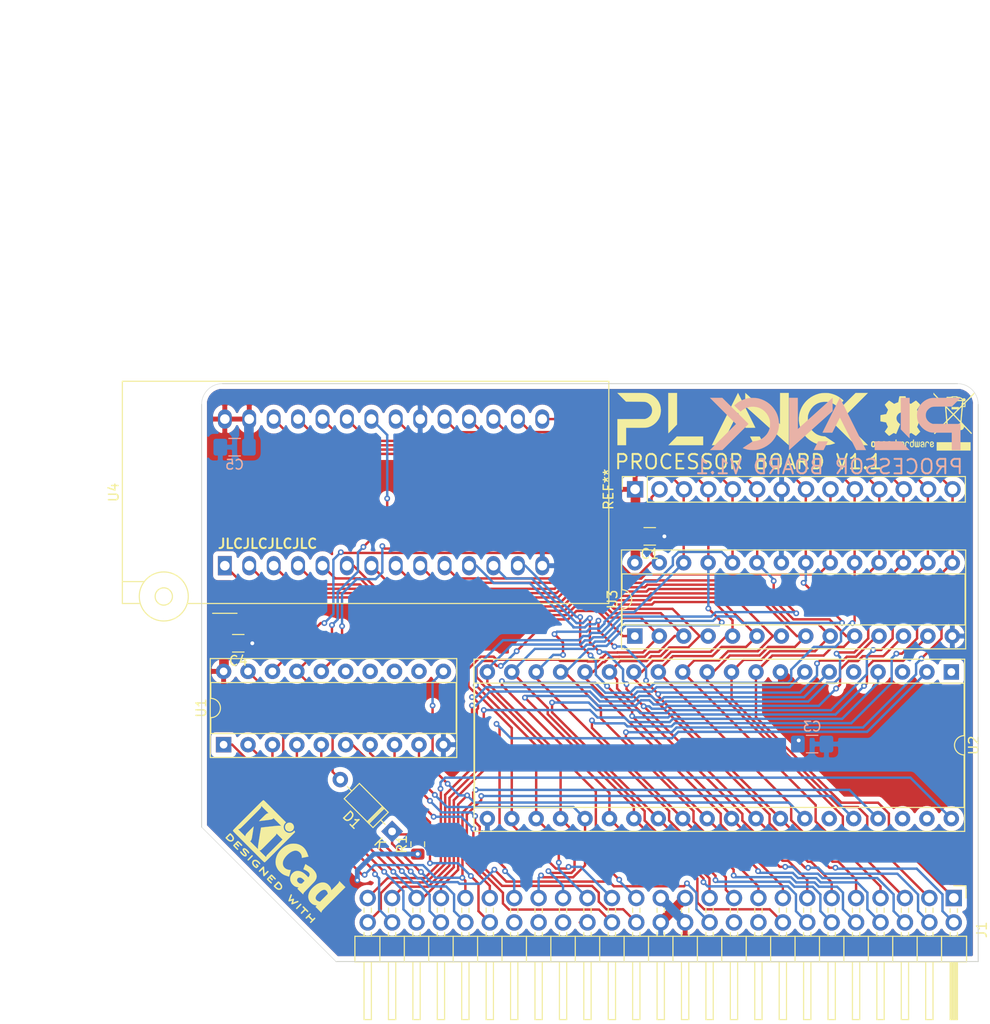
<source format=kicad_pcb>
(kicad_pcb (version 20171130) (host pcbnew "(5.1.6-0-10_14)")
  (layers (0 F.Cu signal) (31 B.Cu signal) (34 B.Paste user) (35 F.Paste user) (36 B.SilkS user) (37 F.SilkS user) (38 B.Mask user) (39 F.Mask user) (44 Edge.Cuts user))
  (net 0 "")
  (net 1 RDY)
  (net 2 A15)
  (net 3 A14)
  (net 4 A13)
  (net 5 A12)
  (net 6 A11)
  (net 7 GND)
  (net 8 +5V)
  (net 9 A10)
  (net 10 A9)
  (net 11 A8)
  (net 12 D7)
  (net 13 A7)
  (net 14 D6)
  (net 15 A6)
  (net 16 D5)
  (net 17 A5)
  (net 18 D4)
  (net 19 A4)
  (net 20 D3)
  (net 21 A3)
  (net 22 D2)
  (net 23 A2)
  (net 24 D1)
  (net 25 A1)
  (net 26 D0)
  (net 27 A0)
  (net 28 CLK)
  (net 29 BE)
  (net 30 SYNC)
  (net 31 EX1)
  (net 32 EX0)
  (net 33 "Net-(U2-Pad39)")
  (net 34 "Net-(U2-Pad38)")
  (net 35 "Net-(U2-Pad35)")
  (net 36 "Net-(U2-Pad5)")
  (net 37 "Net-(U2-Pad3)")
  (net 38 "Net-(U2-Pad1)")
  (net 39 R~W~)
  (net 40 LED3)
  (net 41 LED2)
  (net 42 LED1)
  (net 43 ~INH~)
  (net 44 ~NMI~)
  (net 45 ~RESET~)
  (net 46 ~IRQ1~)
  (net 47 ~IRQ~)
  (net 48 ~IRQ2~)
  (net 49 ~IRQ3~)
  (net 50 "Net-(J1-Pad32)")
  (net 51 ~SSEL~)
  (net 52 ~ROM_CS~)
  (net 53 "Net-(U1-Pad12)")
  (net 54 ~RAM_CS~)
  (net 55 ~RAMW~)
  (net 56 "Net-(U1-Pad15)")
  (net 57 "Net-(U1-Pad14)")
  (net 58 "Net-(U1-Pad13)")
  (net 59 ~IRQ4~)
  (net 60 ~IRQ5~)
  (net 61 ~SLOW~)
  (module Resistor_SMD:R_0805_2012Metric_Pad1.15x1.40mm_HandSolder (layer F.Cu) (at 22.479 -12.192 90)
    (fp_text reference R1 (at 0 -1.65 90) (layer F.SilkS))
    (fp_text value 4.7k)
    (pad 2 smd roundrect (at 1.025 0 90) (size 1.15 1.4) (layers F.Cu F.Paste F.Mask) (roundrect_rratio 0.217391) (net 61 ~SLOW~))
    (pad 1 smd roundrect (at -1.025 0 90) (size 1.15 1.4) (layers F.Cu F.Paste F.Mask) (roundrect_rratio 0.217391) (net 8 +5V))
  )
  (module Diode_THT:D_DO-35_SOD27_P7.62mm_Horizontal (layer F.Cu) (at 19.812 -13.5255 135)
    (fp_text reference D1 (at 3.81 -2.12 135) (layer F.SilkS))
    (fp_text value 1N4148)
    (fp_text user K (at 0 -1.8 135) (layer F.SilkS))
    (pad 2 thru_hole oval (at 7.62 0 135) (size 1.6 1.6) (drill 0.8) (layers *.Cu *.Mask) (net 52 ~ROM_CS~))
    (pad 1 thru_hole rect (at 0 0 135) (size 1.6 1.6) (drill 0.8) (layers *.Cu *.Mask) (net 61 ~SLOW~))
  )
  (module Connector_PinSocket_2.54mm:PinSocket_1x14_P2.54mm_Vertical (layer F.Cu) (at 45.085 -49.0855 90)
    (fp_text reference REF** (at 0 -2.77 90) (layer F.SilkS))
    (fp_text value PinSocket_1x14_P2.54mm_Vertical)
    (pad 14 thru_hole oval (at 0 33.02 90) (size 1.7 1.7) (drill 1) (layers *.Cu *.Mask) (net 20 D3))
    (pad 13 thru_hole oval (at 0 30.48 90) (size 1.7 1.7) (drill 1) (layers *.Cu *.Mask) (net 18 D4))
    (pad 12 thru_hole oval (at 0 27.94 90) (size 1.7 1.7) (drill 1) (layers *.Cu *.Mask) (net 16 D5))
    (pad 11 thru_hole oval (at 0 25.4 90) (size 1.7 1.7) (drill 1) (layers *.Cu *.Mask) (net 14 D6))
    (pad 10 thru_hole oval (at 0 22.86 90) (size 1.7 1.7) (drill 1) (layers *.Cu *.Mask) (net 12 D7))
    (pad 9 thru_hole oval (at 0 20.32 90) (size 1.7 1.7) (drill 1) (layers *.Cu *.Mask) (net 54 ~RAM_CS~))
    (pad 8 thru_hole oval (at 0 17.78 90) (size 1.7 1.7) (drill 1) (layers *.Cu *.Mask) (net 9 A10))
    (pad 7 thru_hole oval (at 0 15.24 90) (size 1.7 1.7) (drill 1) (layers *.Cu *.Mask) (net 7 GND))
    (pad 6 thru_hole oval (at 0 12.7 90) (size 1.7 1.7) (drill 1) (layers *.Cu *.Mask) (net 6 A11))
    (pad 5 thru_hole oval (at 0 10.16 90) (size 1.7 1.7) (drill 1) (layers *.Cu *.Mask) (net 10 A9))
    (pad 4 thru_hole oval (at 0 7.62 90) (size 1.7 1.7) (drill 1) (layers *.Cu *.Mask) (net 11 A8))
    (pad 3 thru_hole oval (at 0 5.08 90) (size 1.7 1.7) (drill 1) (layers *.Cu *.Mask) (net 4 A13))
    (pad 2 thru_hole oval (at 0 2.54 90) (size 1.7 1.7) (drill 1) (layers *.Cu *.Mask) (net 55 ~RAMW~))
    (pad 1 thru_hole rect (at 0 0 90) (size 1.7 1.7) (drill 1) (layers *.Cu *.Mask) (net 8 +5V))
  )
  (module Package_DIP:DIP-20_W7.62mm_Socket (layer F.Cu) (at 2.286 -22.5425 90)
    (fp_text reference U1 (at 3.81 -2.33 90) (layer F.SilkS))
    (fp_text value GAL16V8)
    (pad 20 thru_hole oval (at 7.62 0 90) (size 1.6 1.6) (drill 0.8) (layers *.Cu *.Mask) (net 8 +5V))
    (pad 10 thru_hole oval (at 0 22.86 90) (size 1.6 1.6) (drill 0.8) (layers *.Cu *.Mask) (net 7 GND))
    (pad 19 thru_hole oval (at 7.62 2.54 90) (size 1.6 1.6) (drill 0.8) (layers *.Cu *.Mask) (net 47 ~IRQ~))
    (pad 9 thru_hole oval (at 0 20.32 90) (size 1.6 1.6) (drill 0.8) (layers *.Cu *.Mask) (net 2 A15))
    (pad 18 thru_hole oval (at 7.62 5.08 90) (size 1.6 1.6) (drill 0.8) (layers *.Cu *.Mask) (net 54 ~RAM_CS~))
    (pad 8 thru_hole oval (at 0 17.78 90) (size 1.6 1.6) (drill 0.8) (layers *.Cu *.Mask) (net 51 ~SSEL~))
    (pad 17 thru_hole oval (at 7.62 7.62 90) (size 1.6 1.6) (drill 0.8) (layers *.Cu *.Mask) (net 52 ~ROM_CS~))
    (pad 7 thru_hole oval (at 0 15.24 90) (size 1.6 1.6) (drill 0.8) (layers *.Cu *.Mask) (net 43 ~INH~))
    (pad 16 thru_hole oval (at 7.62 10.16 90) (size 1.6 1.6) (drill 0.8) (layers *.Cu *.Mask) (net 55 ~RAMW~))
    (pad 6 thru_hole oval (at 0 12.7 90) (size 1.6 1.6) (drill 0.8) (layers *.Cu *.Mask) (net 60 ~IRQ5~))
    (pad 15 thru_hole oval (at 7.62 12.7 90) (size 1.6 1.6) (drill 0.8) (layers *.Cu *.Mask) (net 56 "Net-(U1-Pad15)"))
    (pad 5 thru_hole oval (at 0 10.16 90) (size 1.6 1.6) (drill 0.8) (layers *.Cu *.Mask) (net 59 ~IRQ4~))
    (pad 14 thru_hole oval (at 7.62 15.24 90) (size 1.6 1.6) (drill 0.8) (layers *.Cu *.Mask) (net 57 "Net-(U1-Pad14)"))
    (pad 4 thru_hole oval (at 0 7.62 90) (size 1.6 1.6) (drill 0.8) (layers *.Cu *.Mask) (net 49 ~IRQ3~))
    (pad 13 thru_hole oval (at 7.62 17.78 90) (size 1.6 1.6) (drill 0.8) (layers *.Cu *.Mask) (net 58 "Net-(U1-Pad13)"))
    (pad 3 thru_hole oval (at 0 5.08 90) (size 1.6 1.6) (drill 0.8) (layers *.Cu *.Mask) (net 48 ~IRQ2~))
    (pad 12 thru_hole oval (at 7.62 20.32 90) (size 1.6 1.6) (drill 0.8) (layers *.Cu *.Mask) (net 53 "Net-(U1-Pad12)"))
    (pad 2 thru_hole oval (at 0 2.54 90) (size 1.6 1.6) (drill 0.8) (layers *.Cu *.Mask) (net 46 ~IRQ1~))
    (pad 11 thru_hole oval (at 7.62 22.86 90) (size 1.6 1.6) (drill 0.8) (layers *.Cu *.Mask) (net 39 R~W~))
    (pad 1 thru_hole rect (at 0 0 90) (size 1.6 1.6) (drill 0.8) (layers *.Cu *.Mask) (net 28 CLK))
  )
  (module Capacitor_SMD:C_1206_3216Metric_Pad1.42x1.75mm_HandSolder (layer F.Cu) (at 3.81 -33.0835 180)
    (fp_text reference C4 (at 0 -1.82) (layer F.SilkS))
    (fp_text value C_Small)
    (pad 2 smd roundrect (at 1.4875 0 180) (size 1.425 1.75) (layers F.Cu F.Paste F.Mask) (roundrect_rratio 0.175439) (net 8 +5V))
    (pad 1 smd roundrect (at -1.4875 0 180) (size 1.425 1.75) (layers F.Cu F.Paste F.Mask) (roundrect_rratio 0.175439) (net 7 GND))
  )
  (module Socket:DIP_Socket-28_W11.9_W12.7_W15.24_W17.78_W18.5_3M_228-1277-00-0602J (layer F.Cu) (at 2.413 -41.148 90)
    (fp_text reference U4 (at 7.62 -11.56 90) (layer F.SilkS))
    (fp_text value 28C256)
    (pad 15 thru_hole oval (at 15.24 33.02 90) (size 2 1.44) (drill 1) (layers *.Cu *.Mask) (net 20 D3))
    (pad 14 thru_hole oval (at 0 33.02 90) (size 2 1.44) (drill 1) (layers *.Cu *.Mask) (net 7 GND))
    (pad 16 thru_hole oval (at 15.24 30.48 90) (size 2 1.44) (drill 1) (layers *.Cu *.Mask) (net 18 D4))
    (pad 13 thru_hole oval (at 0 30.48 90) (size 2 1.44) (drill 1) (layers *.Cu *.Mask) (net 22 D2))
    (pad 17 thru_hole oval (at 15.24 27.94 90) (size 2 1.44) (drill 1) (layers *.Cu *.Mask) (net 16 D5))
    (pad 12 thru_hole oval (at 0 27.94 90) (size 2 1.44) (drill 1) (layers *.Cu *.Mask) (net 24 D1))
    (pad 18 thru_hole oval (at 15.24 25.4 90) (size 2 1.44) (drill 1) (layers *.Cu *.Mask) (net 14 D6))
    (pad 11 thru_hole oval (at 0 25.4 90) (size 2 1.44) (drill 1) (layers *.Cu *.Mask) (net 26 D0))
    (pad 19 thru_hole oval (at 15.24 22.86 90) (size 2 1.44) (drill 1) (layers *.Cu *.Mask) (net 12 D7))
    (pad 10 thru_hole oval (at 0 22.86 90) (size 2 1.44) (drill 1) (layers *.Cu *.Mask) (net 27 A0))
    (pad 20 thru_hole oval (at 15.24 20.32 90) (size 2 1.44) (drill 1) (layers *.Cu *.Mask) (net 7 GND))
    (pad 9 thru_hole oval (at 0 20.32 90) (size 2 1.44) (drill 1) (layers *.Cu *.Mask) (net 25 A1))
    (pad 21 thru_hole oval (at 15.24 17.78 90) (size 2 1.44) (drill 1) (layers *.Cu *.Mask) (net 9 A10))
    (pad 8 thru_hole oval (at 0 17.78 90) (size 2 1.44) (drill 1) (layers *.Cu *.Mask) (net 23 A2))
    (pad 22 thru_hole oval (at 15.24 15.24 90) (size 2 1.44) (drill 1) (layers *.Cu *.Mask) (net 52 ~ROM_CS~))
    (pad 7 thru_hole oval (at 0 15.24 90) (size 2 1.44) (drill 1) (layers *.Cu *.Mask) (net 21 A3))
    (pad 23 thru_hole oval (at 15.24 12.7 90) (size 2 1.44) (drill 1) (layers *.Cu *.Mask) (net 6 A11))
    (pad 6 thru_hole oval (at 0 12.7 90) (size 2 1.44) (drill 1) (layers *.Cu *.Mask) (net 19 A4))
    (pad 24 thru_hole oval (at 15.24 10.16 90) (size 2 1.44) (drill 1) (layers *.Cu *.Mask) (net 10 A9))
    (pad 5 thru_hole oval (at 0 10.16 90) (size 2 1.44) (drill 1) (layers *.Cu *.Mask) (net 17 A5))
    (pad 25 thru_hole oval (at 15.24 7.62 90) (size 2 1.44) (drill 1) (layers *.Cu *.Mask) (net 11 A8))
    (pad 4 thru_hole oval (at 0 7.62 90) (size 2 1.44) (drill 1) (layers *.Cu *.Mask) (net 15 A6))
    (pad 26 thru_hole oval (at 15.24 5.08 90) (size 2 1.44) (drill 1) (layers *.Cu *.Mask) (net 4 A13))
    (pad 3 thru_hole oval (at 0 5.08 90) (size 2 1.44) (drill 1) (layers *.Cu *.Mask) (net 13 A7))
    (pad 27 thru_hole oval (at 15.24 2.54 90) (size 2 1.44) (drill 1) (layers *.Cu *.Mask) (net 8 +5V))
    (pad 2 thru_hole oval (at 0 2.54 90) (size 2 1.44) (drill 1) (layers *.Cu *.Mask) (net 5 A12))
    (pad 28 thru_hole oval (at 15.24 0 90) (size 2 1.44) (drill 1) (layers *.Cu *.Mask) (net 8 +5V))
    (pad 1 thru_hole rect (at 0 0 90) (size 2 1.44) (drill 1) (layers *.Cu *.Mask) (net 3 A14))
  )
  (module Package_DIP:DIP-28_W7.62mm_Socket (layer F.Cu) (at 45.059001 -33.833001 90)
    (fp_text reference U3 (at 3.81 -2.33 90) (layer F.SilkS))
    (fp_text value HM62256BLP)
    (pad 28 thru_hole oval (at 7.62 0 90) (size 1.6 1.6) (drill 0.8) (layers *.Cu *.Mask) (net 8 +5V))
    (pad 14 thru_hole oval (at 0 33.02 90) (size 1.6 1.6) (drill 0.8) (layers *.Cu *.Mask) (net 7 GND))
    (pad 27 thru_hole oval (at 7.62 2.54 90) (size 1.6 1.6) (drill 0.8) (layers *.Cu *.Mask) (net 55 ~RAMW~))
    (pad 13 thru_hole oval (at 0 30.48 90) (size 1.6 1.6) (drill 0.8) (layers *.Cu *.Mask) (net 22 D2))
    (pad 26 thru_hole oval (at 7.62 5.08 90) (size 1.6 1.6) (drill 0.8) (layers *.Cu *.Mask) (net 4 A13))
    (pad 12 thru_hole oval (at 0 27.94 90) (size 1.6 1.6) (drill 0.8) (layers *.Cu *.Mask) (net 24 D1))
    (pad 25 thru_hole oval (at 7.62 7.62 90) (size 1.6 1.6) (drill 0.8) (layers *.Cu *.Mask) (net 11 A8))
    (pad 11 thru_hole oval (at 0 25.4 90) (size 1.6 1.6) (drill 0.8) (layers *.Cu *.Mask) (net 26 D0))
    (pad 24 thru_hole oval (at 7.62 10.16 90) (size 1.6 1.6) (drill 0.8) (layers *.Cu *.Mask) (net 10 A9))
    (pad 10 thru_hole oval (at 0 22.86 90) (size 1.6 1.6) (drill 0.8) (layers *.Cu *.Mask) (net 27 A0))
    (pad 23 thru_hole oval (at 7.62 12.7 90) (size 1.6 1.6) (drill 0.8) (layers *.Cu *.Mask) (net 6 A11))
    (pad 9 thru_hole oval (at 0 20.32 90) (size 1.6 1.6) (drill 0.8) (layers *.Cu *.Mask) (net 25 A1))
    (pad 22 thru_hole oval (at 7.62 15.24 90) (size 1.6 1.6) (drill 0.8) (layers *.Cu *.Mask) (net 7 GND))
    (pad 8 thru_hole oval (at 0 17.78 90) (size 1.6 1.6) (drill 0.8) (layers *.Cu *.Mask) (net 23 A2))
    (pad 21 thru_hole oval (at 7.62 17.78 90) (size 1.6 1.6) (drill 0.8) (layers *.Cu *.Mask) (net 9 A10))
    (pad 7 thru_hole oval (at 0 15.24 90) (size 1.6 1.6) (drill 0.8) (layers *.Cu *.Mask) (net 21 A3))
    (pad 20 thru_hole oval (at 7.62 20.32 90) (size 1.6 1.6) (drill 0.8) (layers *.Cu *.Mask) (net 54 ~RAM_CS~))
    (pad 6 thru_hole oval (at 0 12.7 90) (size 1.6 1.6) (drill 0.8) (layers *.Cu *.Mask) (net 19 A4))
    (pad 19 thru_hole oval (at 7.62 22.86 90) (size 1.6 1.6) (drill 0.8) (layers *.Cu *.Mask) (net 12 D7))
    (pad 5 thru_hole oval (at 0 10.16 90) (size 1.6 1.6) (drill 0.8) (layers *.Cu *.Mask) (net 17 A5))
    (pad 18 thru_hole oval (at 7.62 25.4 90) (size 1.6 1.6) (drill 0.8) (layers *.Cu *.Mask) (net 14 D6))
    (pad 4 thru_hole oval (at 0 7.62 90) (size 1.6 1.6) (drill 0.8) (layers *.Cu *.Mask) (net 15 A6))
    (pad 17 thru_hole oval (at 7.62 27.94 90) (size 1.6 1.6) (drill 0.8) (layers *.Cu *.Mask) (net 16 D5))
    (pad 3 thru_hole oval (at 0 5.08 90) (size 1.6 1.6) (drill 0.8) (layers *.Cu *.Mask) (net 13 A7))
    (pad 16 thru_hole oval (at 7.62 30.48 90) (size 1.6 1.6) (drill 0.8) (layers *.Cu *.Mask) (net 18 D4))
    (pad 2 thru_hole oval (at 0 2.54 90) (size 1.6 1.6) (drill 0.8) (layers *.Cu *.Mask) (net 5 A12))
    (pad 15 thru_hole oval (at 7.62 33.02 90) (size 1.6 1.6) (drill 0.8) (layers *.Cu *.Mask) (net 20 D3))
    (pad 1 thru_hole rect (at 0 0 90) (size 1.6 1.6) (drill 0.8) (layers *.Cu *.Mask) (net 3 A14))
  )
  (module logo:logo (layer B.Cu) (at 65.913 -55.88 180)
    (fp_text reference G*** hide)
    (fp_text value LOGO hide)
  )
  (module Capacitor_SMD:C_1206_3216Metric_Pad1.42x1.75mm_HandSolder (layer B.Cu) (at 3.429 -53.467)
    (fp_text reference C5 (at 0 1.82) (layer B.SilkS) (effects (justify mirror)))
    (fp_text value C_Small)
    (pad 2 smd roundrect (at 1.4875 0) (size 1.425 1.75) (layers B.Cu B.Paste B.Mask) (roundrect_rratio 0.175439) (net 8 +5V))
    (pad 1 smd roundrect (at -1.4875 0) (size 1.425 1.75) (layers B.Cu B.Paste B.Mask) (roundrect_rratio 0.175439) (net 7 GND))
  )
  (module Capacitor_SMD:C_1206_3216Metric_Pad1.42x1.75mm_HandSolder (layer F.Cu) (at 46.609 -44.196 180)
    (fp_text reference C1 (at 0 -1.82) (layer F.SilkS))
    (fp_text value C_Small)
    (pad 2 smd roundrect (at 1.4875 0 180) (size 1.425 1.75) (layers F.Cu F.Paste F.Mask) (roundrect_rratio 0.175439) (net 8 +5V))
    (pad 1 smd roundrect (at -1.4875 0 180) (size 1.425 1.75) (layers F.Cu F.Paste F.Mask) (roundrect_rratio 0.175439) (net 7 GND))
  )
  (module Symbol:OSHW-Logo2_7.3x6mm_SilkScreen (layer F.Cu) (at 72.898 -56.007)
    (fp_text reference REF** hide)
    (fp_text value OSHW-Logo2_7.3x6mm_SilkScreen hide)
  )
  (module Package_DIP:DIP-40_W15.24mm_Socket (layer F.Cu) (at 77.978 -30.099 270)
    (fp_text reference U2 (at 7.62 -2.33 90) (layer F.SilkS))
    (fp_text value W65C02SxP)
    (pad 40 thru_hole oval (at 15.24 0 270) (size 1.6 1.6) (drill 0.8) (layers *.Cu *.Mask) (net 45 ~RESET~))
    (pad 20 thru_hole oval (at 0 48.26 270) (size 1.6 1.6) (drill 0.8) (layers *.Cu *.Mask) (net 6 A11))
    (pad 39 thru_hole oval (at 15.24 2.54 270) (size 1.6 1.6) (drill 0.8) (layers *.Cu *.Mask) (net 33 "Net-(U2-Pad39)"))
    (pad 19 thru_hole oval (at 0 45.72 270) (size 1.6 1.6) (drill 0.8) (layers *.Cu *.Mask) (net 9 A10))
    (pad 38 thru_hole oval (at 15.24 5.08 270) (size 1.6 1.6) (drill 0.8) (layers *.Cu *.Mask) (net 34 "Net-(U2-Pad38)"))
    (pad 18 thru_hole oval (at 0 43.18 270) (size 1.6 1.6) (drill 0.8) (layers *.Cu *.Mask) (net 10 A9))
    (pad 37 thru_hole oval (at 15.24 7.62 270) (size 1.6 1.6) (drill 0.8) (layers *.Cu *.Mask) (net 28 CLK))
    (pad 17 thru_hole oval (at 0 40.64 270) (size 1.6 1.6) (drill 0.8) (layers *.Cu *.Mask) (net 11 A8))
    (pad 36 thru_hole oval (at 15.24 10.16 270) (size 1.6 1.6) (drill 0.8) (layers *.Cu *.Mask) (net 29 BE))
    (pad 16 thru_hole oval (at 0 38.1 270) (size 1.6 1.6) (drill 0.8) (layers *.Cu *.Mask) (net 13 A7))
    (pad 35 thru_hole oval (at 15.24 12.7 270) (size 1.6 1.6) (drill 0.8) (layers *.Cu *.Mask) (net 35 "Net-(U2-Pad35)"))
    (pad 15 thru_hole oval (at 0 35.56 270) (size 1.6 1.6) (drill 0.8) (layers *.Cu *.Mask) (net 15 A6))
    (pad 34 thru_hole oval (at 15.24 15.24 270) (size 1.6 1.6) (drill 0.8) (layers *.Cu *.Mask) (net 39 R~W~))
    (pad 14 thru_hole oval (at 0 33.02 270) (size 1.6 1.6) (drill 0.8) (layers *.Cu *.Mask) (net 17 A5))
    (pad 33 thru_hole oval (at 15.24 17.78 270) (size 1.6 1.6) (drill 0.8) (layers *.Cu *.Mask) (net 26 D0))
    (pad 13 thru_hole oval (at 0 30.48 270) (size 1.6 1.6) (drill 0.8) (layers *.Cu *.Mask) (net 19 A4))
    (pad 32 thru_hole oval (at 15.24 20.32 270) (size 1.6 1.6) (drill 0.8) (layers *.Cu *.Mask) (net 24 D1))
    (pad 12 thru_hole oval (at 0 27.94 270) (size 1.6 1.6) (drill 0.8) (layers *.Cu *.Mask) (net 21 A3))
    (pad 31 thru_hole oval (at 15.24 22.86 270) (size 1.6 1.6) (drill 0.8) (layers *.Cu *.Mask) (net 22 D2))
    (pad 11 thru_hole oval (at 0 25.4 270) (size 1.6 1.6) (drill 0.8) (layers *.Cu *.Mask) (net 23 A2))
    (pad 30 thru_hole oval (at 15.24 25.4 270) (size 1.6 1.6) (drill 0.8) (layers *.Cu *.Mask) (net 20 D3))
    (pad 10 thru_hole oval (at 0 22.86 270) (size 1.6 1.6) (drill 0.8) (layers *.Cu *.Mask) (net 25 A1))
    (pad 29 thru_hole oval (at 15.24 27.94 270) (size 1.6 1.6) (drill 0.8) (layers *.Cu *.Mask) (net 18 D4))
    (pad 9 thru_hole oval (at 0 20.32 270) (size 1.6 1.6) (drill 0.8) (layers *.Cu *.Mask) (net 27 A0))
    (pad 28 thru_hole oval (at 15.24 30.48 270) (size 1.6 1.6) (drill 0.8) (layers *.Cu *.Mask) (net 16 D5))
    (pad 8 thru_hole oval (at 0 17.78 270) (size 1.6 1.6) (drill 0.8) (layers *.Cu *.Mask) (net 8 +5V))
    (pad 27 thru_hole oval (at 15.24 33.02 270) (size 1.6 1.6) (drill 0.8) (layers *.Cu *.Mask) (net 14 D6))
    (pad 7 thru_hole oval (at 0 15.24 270) (size 1.6 1.6) (drill 0.8) (layers *.Cu *.Mask) (net 30 SYNC))
    (pad 26 thru_hole oval (at 15.24 35.56 270) (size 1.6 1.6) (drill 0.8) (layers *.Cu *.Mask) (net 12 D7))
    (pad 6 thru_hole oval (at 0 12.7 270) (size 1.6 1.6) (drill 0.8) (layers *.Cu *.Mask) (net 44 ~NMI~))
    (pad 25 thru_hole oval (at 15.24 38.1 270) (size 1.6 1.6) (drill 0.8) (layers *.Cu *.Mask) (net 2 A15))
    (pad 5 thru_hole oval (at 0 10.16 270) (size 1.6 1.6) (drill 0.8) (layers *.Cu *.Mask) (net 36 "Net-(U2-Pad5)"))
    (pad 24 thru_hole oval (at 15.24 40.64 270) (size 1.6 1.6) (drill 0.8) (layers *.Cu *.Mask) (net 3 A14))
    (pad 4 thru_hole oval (at 0 7.62 270) (size 1.6 1.6) (drill 0.8) (layers *.Cu *.Mask) (net 47 ~IRQ~))
    (pad 23 thru_hole oval (at 15.24 43.18 270) (size 1.6 1.6) (drill 0.8) (layers *.Cu *.Mask) (net 4 A13))
    (pad 3 thru_hole oval (at 0 5.08 270) (size 1.6 1.6) (drill 0.8) (layers *.Cu *.Mask) (net 37 "Net-(U2-Pad3)"))
    (pad 22 thru_hole oval (at 15.24 45.72 270) (size 1.6 1.6) (drill 0.8) (layers *.Cu *.Mask) (net 5 A12))
    (pad 2 thru_hole oval (at 0 2.54 270) (size 1.6 1.6) (drill 0.8) (layers *.Cu *.Mask) (net 1 RDY))
    (pad 21 thru_hole oval (at 15.24 48.26 270) (size 1.6 1.6) (drill 0.8) (layers *.Cu *.Mask) (net 7 GND))
    (pad 1 thru_hole rect (at 0 0 270) (size 1.6 1.6) (drill 0.8) (layers *.Cu *.Mask) (net 38 "Net-(U2-Pad1)"))
  )
  (module Capacitor_SMD:C_1206_3216Metric_Pad1.42x1.75mm_HandSolder (layer B.Cu) (at 63.5 -22.606 180)
    (fp_text reference C3 (at 0 1.82) (layer B.SilkS) (effects (justify mirror)))
    (fp_text value C_Small)
    (pad 2 smd roundrect (at 1.4875 0 180) (size 1.425 1.75) (layers B.Cu B.Paste B.Mask) (roundrect_rratio 0.175439) (net 8 +5V))
    (pad 1 smd roundrect (at -1.4875 0 180) (size 1.425 1.75) (layers B.Cu B.Paste B.Mask) (roundrect_rratio 0.175439) (net 7 GND))
  )
  (module Symbol:WEEE-Logo_4.2x6mm_SilkScreen (layer F.Cu) (at 78.232 -56.134)
    (fp_text reference REF** hide)
    (fp_text value WEEE-Logo_4.2x6mm_SilkScreen hide)
  )
  (module logo:logo (layer F.Cu) (at 56.261 -56.388)
    (fp_text reference G*** hide)
    (fp_text value LOGO hide)
  )
  (module Symbol:KiCad-Logo2_5mm_SilkScreen (layer F.Cu) (at 9.017 -10.541 315)
    (fp_text reference REF** hide)
    (fp_text value KiCad-Logo2_5mm_SilkScreen hide)
  )
  (module Connector_PinHeader_2.54mm:PinHeader_2x25_P2.54mm_Horizontal (layer F.Cu) (at 78.232 -6.604 270)
    (fp_text reference J1 (at 3.302 -2.921 90) (layer F.SilkS))
    (fp_text value Conn_01x40)
    (pad 50 thru_hole oval (at 2.54 60.96 270) (size 1.7 1.7) (drill 1) (layers *.Cu *.Mask) (net 44 ~NMI~))
    (pad 49 thru_hole oval (at 0 60.96 270) (size 1.7 1.7) (drill 1) (layers *.Cu *.Mask) (net 45 ~RESET~))
    (pad 48 thru_hole oval (at 2.54 58.42 270) (size 1.7 1.7) (drill 1) (layers *.Cu *.Mask) (net 46 ~IRQ1~))
    (pad 47 thru_hole oval (at 0 58.42 270) (size 1.7 1.7) (drill 1) (layers *.Cu *.Mask) (net 30 SYNC))
    (pad 46 thru_hole oval (at 2.54 55.88 270) (size 1.7 1.7) (drill 1) (layers *.Cu *.Mask) (net 48 ~IRQ2~))
    (pad 45 thru_hole oval (at 0 55.88 270) (size 1.7 1.7) (drill 1) (layers *.Cu *.Mask) (net 47 ~IRQ~))
    (pad 44 thru_hole oval (at 2.54 53.34 270) (size 1.7 1.7) (drill 1) (layers *.Cu *.Mask) (net 49 ~IRQ3~))
    (pad 43 thru_hole oval (at 0 53.34 270) (size 1.7 1.7) (drill 1) (layers *.Cu *.Mask) (net 39 R~W~))
    (pad 42 thru_hole oval (at 2.54 50.8 270) (size 1.7 1.7) (drill 1) (layers *.Cu *.Mask) (net 59 ~IRQ4~))
    (pad 41 thru_hole oval (at 0 50.8 270) (size 1.7 1.7) (drill 1) (layers *.Cu *.Mask) (net 28 CLK))
    (pad 40 thru_hole oval (at 2.54 48.26 270) (size 1.7 1.7) (drill 1) (layers *.Cu *.Mask) (net 60 ~IRQ5~))
    (pad 39 thru_hole oval (at 0 48.26 270) (size 1.7 1.7) (drill 1) (layers *.Cu *.Mask) (net 29 BE))
    (pad 38 thru_hole oval (at 2.54 45.72 270) (size 1.7 1.7) (drill 1) (layers *.Cu *.Mask) (net 40 LED3))
    (pad 37 thru_hole oval (at 0 45.72 270) (size 1.7 1.7) (drill 1) (layers *.Cu *.Mask) (net 1 RDY))
    (pad 36 thru_hole oval (at 2.54 43.18 270) (size 1.7 1.7) (drill 1) (layers *.Cu *.Mask) (net 41 LED2))
    (pad 35 thru_hole oval (at 0 43.18 270) (size 1.7 1.7) (drill 1) (layers *.Cu *.Mask) (net 2 A15))
    (pad 34 thru_hole oval (at 2.54 40.64 270) (size 1.7 1.7) (drill 1) (layers *.Cu *.Mask) (net 42 LED1))
    (pad 33 thru_hole oval (at 0 40.64 270) (size 1.7 1.7) (drill 1) (layers *.Cu *.Mask) (net 3 A14))
    (pad 32 thru_hole oval (at 2.54 38.1 270) (size 1.7 1.7) (drill 1) (layers *.Cu *.Mask) (net 50 "Net-(J1-Pad32)"))
    (pad 31 thru_hole oval (at 0 38.1 270) (size 1.7 1.7) (drill 1) (layers *.Cu *.Mask) (net 4 A13))
    (pad 30 thru_hole oval (at 2.54 35.56 270) (size 1.7 1.7) (drill 1) (layers *.Cu *.Mask) (net 43 ~INH~))
    (pad 29 thru_hole oval (at 0 35.56 270) (size 1.7 1.7) (drill 1) (layers *.Cu *.Mask) (net 5 A12))
    (pad 28 thru_hole oval (at 2.54 33.02 270) (size 1.7 1.7) (drill 1) (layers *.Cu *.Mask) (net 51 ~SSEL~))
    (pad 27 thru_hole oval (at 0 33.02 270) (size 1.7 1.7) (drill 1) (layers *.Cu *.Mask) (net 6 A11))
    (pad 26 thru_hole oval (at 2.54 30.48 270) (size 1.7 1.7) (drill 1) (layers *.Cu *.Mask) (net 7 GND))
    (pad 25 thru_hole oval (at 0 30.48 270) (size 1.7 1.7) (drill 1) (layers *.Cu *.Mask) (net 8 +5V))
    (pad 24 thru_hole oval (at 2.54 27.94 270) (size 1.7 1.7) (drill 1) (layers *.Cu *.Mask) (net 8 +5V))
    (pad 23 thru_hole oval (at 0 27.94 270) (size 1.7 1.7) (drill 1) (layers *.Cu *.Mask) (net 7 GND))
    (pad 22 thru_hole oval (at 2.54 25.4 270) (size 1.7 1.7) (drill 1) (layers *.Cu *.Mask) (net 61 ~SLOW~))
    (pad 21 thru_hole oval (at 0 25.4 270) (size 1.7 1.7) (drill 1) (layers *.Cu *.Mask) (net 9 A10))
    (pad 20 thru_hole oval (at 2.54 22.86 270) (size 1.7 1.7) (drill 1) (layers *.Cu *.Mask) (net 31 EX1))
    (pad 19 thru_hole oval (at 0 22.86 270) (size 1.7 1.7) (drill 1) (layers *.Cu *.Mask) (net 10 A9))
    (pad 18 thru_hole oval (at 2.54 20.32 270) (size 1.7 1.7) (drill 1) (layers *.Cu *.Mask) (net 32 EX0))
    (pad 17 thru_hole oval (at 0 20.32 270) (size 1.7 1.7) (drill 1) (layers *.Cu *.Mask) (net 11 A8))
    (pad 16 thru_hole oval (at 2.54 17.78 270) (size 1.7 1.7) (drill 1) (layers *.Cu *.Mask) (net 12 D7))
    (pad 15 thru_hole oval (at 0 17.78 270) (size 1.7 1.7) (drill 1) (layers *.Cu *.Mask) (net 13 A7))
    (pad 14 thru_hole oval (at 2.54 15.24 270) (size 1.7 1.7) (drill 1) (layers *.Cu *.Mask) (net 14 D6))
    (pad 13 thru_hole oval (at 0 15.24 270) (size 1.7 1.7) (drill 1) (layers *.Cu *.Mask) (net 15 A6))
    (pad 12 thru_hole oval (at 2.54 12.7 270) (size 1.7 1.7) (drill 1) (layers *.Cu *.Mask) (net 16 D5))
    (pad 11 thru_hole oval (at 0 12.7 270) (size 1.7 1.7) (drill 1) (layers *.Cu *.Mask) (net 17 A5))
    (pad 10 thru_hole oval (at 2.54 10.16 270) (size 1.7 1.7) (drill 1) (layers *.Cu *.Mask) (net 18 D4))
    (pad 9 thru_hole oval (at 0 10.16 270) (size 1.7 1.7) (drill 1) (layers *.Cu *.Mask) (net 19 A4))
    (pad 8 thru_hole oval (at 2.54 7.62 270) (size 1.7 1.7) (drill 1) (layers *.Cu *.Mask) (net 20 D3))
    (pad 7 thru_hole oval (at 0 7.62 270) (size 1.7 1.7) (drill 1) (layers *.Cu *.Mask) (net 21 A3))
    (pad 6 thru_hole oval (at 2.54 5.08 270) (size 1.7 1.7) (drill 1) (layers *.Cu *.Mask) (net 22 D2))
    (pad 5 thru_hole oval (at 0 5.08 270) (size 1.7 1.7) (drill 1) (layers *.Cu *.Mask) (net 23 A2))
    (pad 4 thru_hole oval (at 2.54 2.54 270) (size 1.7 1.7) (drill 1) (layers *.Cu *.Mask) (net 24 D1))
    (pad 3 thru_hole oval (at 0 2.54 270) (size 1.7 1.7) (drill 1) (layers *.Cu *.Mask) (net 25 A1))
    (pad 2 thru_hole oval (at 2.54 0 270) (size 1.7 1.7) (drill 1) (layers *.Cu *.Mask) (net 26 D0))
    (pad 1 thru_hole rect (at 0 0 270) (size 1.7 1.7) (drill 1) (layers *.Cu *.Mask) (net 27 A0))
  )
  (gr_line (start 13.97 0) (end 0 -13.97) (layer Edge.Cuts) (width 0.05))
  (gr_line (start 0 -13.97) (end 0 -57.912) (layer Edge.Cuts) (width 0.1))
  (gr_arc (start 2.159 -57.912) (end 2.159 -60.071) (angle -90) (layer Edge.Cuts) (width 0.05))
  (gr_arc (start 78.613 -57.912) (end 80.772 -57.912) (angle -90) (layer Edge.Cuts) (width 0.05))
  (gr_text JLCJLCJLCJLC (at 6.858 -43.434) (layer F.SilkS) (effects (font (size 1 1) (thickness 0.2))))
  (gr_text "PROCESSOR BOARD V1.1" (at 65.278 -51.435) (layer B.SilkS) (effects (font (size 1.5 1.5) (thickness 0.2)) (justify mirror)))
  (gr_text "PROCESSOR BOARD V1.1" (at 56.896 -51.943) (layer F.SilkS) (effects (font (size 1.5 1.5) (thickness 0.2))))
  (gr_line (start 2.159 -60.071) (end 78.613 -60.071) (layer Edge.Cuts) (width 0.1))
  (gr_line (start 80.772 0) (end 13.97 0) (layer Edge.Cuts) (width 0.1))
  (gr_line (start 80.772 -57.912) (end 80.772 0) (layer Edge.Cuts) (width 0.1))
  (via (at 30.673052 -24.70405) (size 0.6) (drill 0.3) (layers F.Cu B.Cu) (net 1))
  (segment (start 32.166043 -23.211059) (end 30.673052 -24.70405) (width 0.25) (layer B.Cu) (net 1))
  (segment (start 48.910068 -23.211059) (end 32.166043 -23.211059) (width 0.25) (layer B.Cu) (net 1))
  (segment (start 75.438 -30.099) (end 69.217881 -23.878881) (width 0.25) (layer B.Cu) (net 1))
  (segment (start 49.57789 -23.878881) (end 48.910068 -23.211059) (width 0.25) (layer B.Cu) (net 1))
  (segment (start 69.217881 -23.878881) (end 49.57789 -23.878881) (width 0.25) (layer B.Cu) (net 1))
  (segment (start 30.988 -24.389102) (end 30.988 -10.287) (width 0.25) (layer F.Cu) (net 1))
  (segment (start 30.673052 -24.70405) (end 30.988 -24.389102) (width 0.25) (layer F.Cu) (net 1))
  (segment (start 31.5595 -9.7155) (end 31.5595 -9.398) (width 0.25) (layer F.Cu) (net 1))
  (segment (start 32.512 -8.4455) (end 31.5595 -9.398) (width 0.25) (layer B.Cu) (net 1))
  (segment (start 30.988 -10.287) (end 31.5595 -9.7155) (width 0.25) (layer F.Cu) (net 1))
  (segment (start 32.512 -6.604) (end 32.512 -8.4455) (width 0.25) (layer B.Cu) (net 1))
  (via (at 31.5595 -9.398) (size 0.6) (drill 0.3) (layers F.Cu B.Cu) (net 1))
  (via (at 24.255968 -17.323484) (size 0.6) (drill 0.3) (layers F.Cu B.Cu) (net 2))
  (segment (start 25.513964 -16.065488) (end 24.255968 -17.323484) (width 0.25) (layer B.Cu) (net 2))
  (segment (start 38.671512 -16.065488) (end 25.513964 -16.065488) (width 0.25) (layer B.Cu) (net 2))
  (segment (start 22.606 -22.5425) (end 22.606 -18.973452) (width 0.25) (layer F.Cu) (net 2))
  (segment (start 22.606 -18.973452) (end 24.255968 -17.323484) (width 0.25) (layer F.Cu) (net 2))
  (segment (start 39.878 -14.859) (end 38.671512 -16.065488) (width 0.25) (layer B.Cu) (net 2))
  (via (at 35.306 -8.9535) (size 0.6) (drill 0.3) (layers F.Cu B.Cu) (net 2))
  (segment (start 35.052 -8.6995) (end 35.306 -8.9535) (width 0.25) (layer B.Cu) (net 2))
  (segment (start 35.052 -6.604) (end 35.052 -8.6995) (width 0.25) (layer B.Cu) (net 2))
  (segment (start 35.497523 -8.761977) (end 35.306 -8.9535) (width 0.25) (layer F.Cu) (net 2))
  (segment (start 39.878 -9.995587) (end 38.64439 -8.761977) (width 0.25) (layer F.Cu) (net 2))
  (segment (start 38.64439 -8.761977) (end 35.497523 -8.761977) (width 0.25) (layer F.Cu) (net 2))
  (segment (start 39.878 -14.859) (end 39.878 -9.995587) (width 0.25) (layer F.Cu) (net 2))
  (segment (start 32.766 -32.258) (end 32.766 -32.258) (width 0.25) (layer F.Cu) (net 3))
  (via (at 32.766 -32.258) (size 0.6) (drill 0.3) (layers F.Cu B.Cu) (net 3))
  (segment (start 31.242 -30.734) (end 31.115 -30.734) (width 0.25) (layer B.Cu) (net 3))
  (segment (start 32.766 -32.258) (end 31.242 -30.734) (width 0.25) (layer B.Cu) (net 3))
  (via (at 31.115 -30.734) (size 0.6) (drill 0.3) (layers F.Cu B.Cu) (net 3))
  (segment (start 35.306 -34.798) (end 32.766 -32.258) (width 0.25) (layer F.Cu) (net 3))
  (segment (start 38.984645 -36.439001) (end 38.105644 -35.56) (width 0.25) (layer F.Cu) (net 3))
  (segment (start 43.800001 -33.833001) (end 41.194001 -36.439001) (width 0.25) (layer F.Cu) (net 3))
  (segment (start 41.194001 -36.439001) (end 38.984645 -36.439001) (width 0.25) (layer F.Cu) (net 3))
  (segment (start 45.059001 -33.833001) (end 43.800001 -33.833001) (width 0.25) (layer F.Cu) (net 3))
  (segment (start 35.306 -34.798) (end 35.306 -35.56) (width 0.25) (layer F.Cu) (net 3))
  (segment (start 38.105644 -35.56) (end 35.306 -35.56) (width 0.25) (layer F.Cu) (net 3))
  (segment (start 5.715 -37.846) (end 2.413 -41.148) (width 0.25) (layer F.Cu) (net 3))
  (segment (start 15.911002 -37.846) (end 5.715 -37.846) (width 0.25) (layer F.Cu) (net 3))
  (segment (start 18.197002 -35.56) (end 15.911002 -37.846) (width 0.25) (layer F.Cu) (net 3))
  (segment (start 35.306 -35.56) (end 18.197002 -35.56) (width 0.25) (layer F.Cu) (net 3))
  (segment (start 31.115 -30.734) (end 30.690736 -30.734) (width 0.25) (layer F.Cu) (net 3))
  (segment (start 29.144996 -29.024407) (end 29.144996 -28.894004) (width 0.25) (layer F.Cu) (net 3))
  (segment (start 30.690736 -30.734) (end 30.182736 -31.242) (width 0.25) (layer F.Cu) (net 3))
  (segment (start 28.592999 -29.576404) (end 29.144996 -29.024407) (width 0.25) (layer F.Cu) (net 3))
  (segment (start 30.182736 -31.242) (end 29.21 -31.242) (width 0.25) (layer F.Cu) (net 3))
  (segment (start 29.21 -31.242) (end 28.592999 -30.624999) (width 0.25) (layer F.Cu) (net 3))
  (segment (start 28.592999 -30.624999) (end 28.592999 -29.576404) (width 0.25) (layer F.Cu) (net 3))
  (segment (start 29.144996 -28.894004) (end 37.338 -20.701) (width 0.25) (layer F.Cu) (net 3))
  (segment (start 37.338 -20.701) (end 37.338 -14.859) (width 0.25) (layer F.Cu) (net 3))
  (segment (start 37.592 -7.877019) (end 36.071011 -9.398008) (width 0.25) (layer B.Cu) (net 3))
  (segment (start 37.592 -6.604) (end 37.592 -7.877019) (width 0.25) (layer B.Cu) (net 3))
  (via (at 36.071011 -9.398008) (size 0.6) (drill 0.3) (layers F.Cu B.Cu) (net 3))
  (segment (start 38.788501 -9.542499) (end 38.45799 -9.211988) (width 0.25) (layer F.Cu) (net 3))
  (segment (start 36.257031 -9.211988) (end 36.071011 -9.398008) (width 0.25) (layer F.Cu) (net 3))
  (segment (start 38.45799 -9.211988) (end 36.257031 -9.211988) (width 0.25) (layer F.Cu) (net 3))
  (segment (start 38.788501 -13.408499) (end 38.788501 -9.542499) (width 0.25) (layer F.Cu) (net 3))
  (segment (start 37.338 -14.859) (end 38.788501 -13.408499) (width 0.25) (layer F.Cu) (net 3))
  (segment (start 11.1125 -52.7685) (end 7.493 -56.388) (width 0.25) (layer F.Cu) (net 4))
  (segment (start 28.8925 -51.435) (end 27.559 -52.7685) (width 0.25) (layer F.Cu) (net 4))
  (segment (start 27.559 -52.7685) (end 11.1125 -52.7685) (width 0.25) (layer F.Cu) (net 4))
  (segment (start 47.8155 -51.435) (end 28.8925 -51.435) (width 0.25) (layer F.Cu) (net 4))
  (segment (start 50.165 -49.0855) (end 47.8155 -51.435) (width 0.25) (layer F.Cu) (net 4))
  (segment (start 50.139001 -49.059501) (end 50.165 -49.0855) (width 0.25) (layer F.Cu) (net 4))
  (segment (start 50.139001 -41.453001) (end 50.139001 -49.059501) (width 0.25) (layer F.Cu) (net 4))
  (segment (start 40.132 -6.604) (end 37.1475 -9.5885) (width 0.25) (layer B.Cu) (net 4))
  (segment (start 34.798 -14.859) (end 37.1475 -12.5095) (width 0.25) (layer F.Cu) (net 4))
  (segment (start 37.1475 -9.5885) (end 37.1475 -10.287) (width 0.25) (layer B.Cu) (net 4))
  (segment (start 37.1475 -12.5095) (end 37.1475 -10.287) (width 0.25) (layer F.Cu) (net 4))
  (via (at 37.1475 -10.287) (size 0.6) (drill 0.3) (layers F.Cu B.Cu) (net 4))
  (segment (start 40.55981 -34.161976) (end 40.232996 -33.835162) (width 0.25) (layer B.Cu) (net 4))
  (segment (start 42.350012 -35.109602) (end 42.350012 -34.946599) (width 0.25) (layer B.Cu) (net 4))
  (via (at 28.52049 -28.727466) (size 0.6) (drill 0.3) (layers F.Cu B.Cu) (net 4))
  (segment (start 42.350012 -34.946599) (end 41.565389 -34.161976) (width 0.25) (layer B.Cu) (net 4))
  (segment (start 40.232996 -33.835162) (end 39.675358 -33.835162) (width 0.25) (layer B.Cu) (net 4))
  (segment (start 39.675358 -33.835162) (end 39.241196 -33.401) (width 0.25) (layer B.Cu) (net 4))
  (segment (start 50.139001 -41.453001) (end 44.994035 -36.308035) (width 0.25) (layer B.Cu) (net 4))
  (segment (start 43.548445 -36.308035) (end 42.350012 -35.109602) (width 0.25) (layer B.Cu) (net 4))
  (segment (start 39.241196 -33.401) (end 31.354998 -33.401) (width 0.25) (layer B.Cu) (net 4))
  (segment (start 31.354998 -33.401) (end 28.52049 -30.566492) (width 0.25) (layer B.Cu) (net 4))
  (segment (start 28.52049 -30.566492) (end 28.52049 -28.727466) (width 0.25) (layer B.Cu) (net 4))
  (segment (start 34.798 -22.449956) (end 28.52049 -28.727466) (width 0.25) (layer F.Cu) (net 4))
  (segment (start 41.565389 -34.161976) (end 40.55981 -34.161976) (width 0.25) (layer B.Cu) (net 4))
  (segment (start 44.994035 -36.308035) (end 43.548445 -36.308035) (width 0.25) (layer B.Cu) (net 4))
  (segment (start 34.798 -14.859) (end 34.798 -22.449956) (width 0.25) (layer F.Cu) (net 4))
  (segment (start 45.673112 -35.75889) (end 42.510523 -35.75889) (width 0.25) (layer F.Cu) (net 5))
  (segment (start 18.383402 -36.010011) (end 16.097402 -38.296011) (width 0.25) (layer F.Cu) (net 5))
  (segment (start 42.510523 -35.75889) (end 41.380401 -36.889012) (width 0.25) (layer F.Cu) (net 5))
  (segment (start 47.599001 -33.833001) (end 45.673112 -35.75889) (width 0.25) (layer F.Cu) (net 5))
  (segment (start 37.919244 -36.010011) (end 18.383402 -36.010011) (width 0.25) (layer F.Cu) (net 5))
  (segment (start 7.804989 -38.296011) (end 4.953 -41.148) (width 0.25) (layer F.Cu) (net 5))
  (segment (start 16.097402 -38.296011) (end 7.804989 -38.296011) (width 0.25) (layer F.Cu) (net 5))
  (segment (start 41.380401 -36.889012) (end 38.798245 -36.889012) (width 0.25) (layer F.Cu) (net 5))
  (segment (start 38.798245 -36.889012) (end 37.919244 -36.010011) (width 0.25) (layer F.Cu) (net 5))
  (via (at 38.1635 -9.8425) (size 0.6) (drill 0.3) (layers F.Cu B.Cu) (net 5))
  (segment (start 42.672 -6.604) (end 39.4335 -9.8425) (width 0.25) (layer B.Cu) (net 5))
  (segment (start 39.4335 -9.8425) (end 38.1635 -9.8425) (width 0.25) (layer B.Cu) (net 5))
  (segment (start 37.982999 -9.661999) (end 38.1635 -9.8425) (width 0.25) (layer F.Cu) (net 5))
  (segment (start 32.258 -14.859) (end 32.258 -14.251498) (width 0.25) (layer F.Cu) (net 5))
  (segment (start 36.847499 -9.661999) (end 37.982999 -9.661999) (width 0.25) (layer F.Cu) (net 5))
  (segment (start 32.258 -14.251498) (end 36.847499 -9.661999) (width 0.25) (layer F.Cu) (net 5))
  (segment (start 41.159676 -31.191424) (end 40.152967 -31.191424) (width 0.25) (layer F.Cu) (net 5))
  (segment (start 30.369136 -31.692011) (end 29.0236 -31.692011) (width 0.25) (layer F.Cu) (net 5))
  (segment (start 42.216305 -32.122726) (end 41.669781 -31.576202) (width 0.25) (layer F.Cu) (net 5))
  (segment (start 47.599001 -33.833001) (end 45.897 -32.131) (width 0.25) (layer F.Cu) (net 5))
  (segment (start 32.258 -24.273016) (end 32.258 -14.859) (width 0.25) (layer F.Cu) (net 5))
  (segment (start 45.897 -32.131) (end 43.252548 -32.131) (width 0.25) (layer F.Cu) (net 5))
  (segment (start 41.669781 -31.576202) (end 41.544454 -31.576202) (width 0.25) (layer F.Cu) (net 5))
  (segment (start 43.244274 -32.122726) (end 42.216305 -32.122726) (width 0.25) (layer F.Cu) (net 5))
  (segment (start 41.544454 -31.576202) (end 41.159676 -31.191424) (width 0.25) (layer F.Cu) (net 5))
  (segment (start 40.152967 -31.191424) (end 40.093425 -31.250966) (width 0.25) (layer F.Cu) (net 5))
  (segment (start 40.093425 -31.250966) (end 37.291998 -31.250966) (width 0.25) (layer F.Cu) (net 5))
  (segment (start 37.291998 -31.250966) (end 37.164998 -31.377966) (width 0.25) (layer F.Cu) (net 5))
  (segment (start 30.683181 -31.377966) (end 30.369136 -31.692011) (width 0.25) (layer F.Cu) (net 5))
  (segment (start 27.755011 -28.605491) (end 28.249998 -28.110504) (width 0.25) (layer F.Cu) (net 5))
  (segment (start 28.249998 -28.110504) (end 28.420512 -28.110504) (width 0.25) (layer F.Cu) (net 5))
  (segment (start 27.755011 -30.423422) (end 27.755011 -28.605491) (width 0.25) (layer F.Cu) (net 5))
  (segment (start 29.0236 -31.692011) (end 27.755011 -30.423422) (width 0.25) (layer F.Cu) (net 5))
  (segment (start 43.252548 -32.131) (end 43.244274 -32.122726) (width 0.25) (layer F.Cu) (net 5))
  (segment (start 28.420512 -28.110504) (end 32.258 -24.273016) (width 0.25) (layer F.Cu) (net 5))
  (segment (start 37.164998 -31.377966) (end 30.683181 -31.377966) (width 0.25) (layer F.Cu) (net 5))
  (via (at 61.849 -36.195) (size 0.6) (drill 0.3) (layers F.Cu B.Cu) (net 6))
  (via (at 59.4995 -39.5605) (size 0.6) (drill 0.3) (layers F.Cu B.Cu) (net 6))
  (segment (start 59.4995 -38.5445) (end 59.4995 -39.5605) (width 0.25) (layer F.Cu) (net 6))
  (segment (start 57.759001 -41.453001) (end 59.4995 -39.712502) (width 0.25) (layer B.Cu) (net 6))
  (segment (start 59.4995 -39.712502) (end 59.4995 -39.5605) (width 0.25) (layer B.Cu) (net 6))
  (segment (start 61.849 -36.195) (end 59.4995 -38.5445) (width 0.25) (layer F.Cu) (net 6))
  (segment (start 53.000203 -35.858024) (end 53.464179 -36.322) (width 0.25) (layer B.Cu) (net 6))
  (segment (start 43.734845 -35.858024) (end 53.000203 -35.858024) (width 0.25) (layer B.Cu) (net 6))
  (segment (start 42.800023 -34.923202) (end 43.734845 -35.858024) (width 0.25) (layer B.Cu) (net 6))
  (segment (start 41.751789 -33.711965) (end 42.800023 -34.760199) (width 0.25) (layer B.Cu) (net 6))
  (segment (start 40.746209 -33.711965) (end 41.751789 -33.711965) (width 0.25) (layer B.Cu) (net 6))
  (segment (start 39.861758 -33.385151) (end 40.419396 -33.385151) (width 0.25) (layer B.Cu) (net 6))
  (segment (start 53.464179 -36.322) (end 61.722 -36.322) (width 0.25) (layer B.Cu) (net 6))
  (segment (start 39.427596 -32.950989) (end 39.861758 -33.385151) (width 0.25) (layer B.Cu) (net 6))
  (segment (start 32.279985 -32.950989) (end 39.427596 -32.950989) (width 0.25) (layer B.Cu) (net 6))
  (segment (start 42.800023 -34.760199) (end 42.800023 -34.923202) (width 0.25) (layer B.Cu) (net 6))
  (segment (start 29.718 -30.389004) (end 32.279985 -32.950989) (width 0.25) (layer B.Cu) (net 6))
  (segment (start 29.718 -30.099) (end 29.718 -30.389004) (width 0.25) (layer B.Cu) (net 6))
  (segment (start 61.722 -36.322) (end 61.849 -36.195) (width 0.25) (layer B.Cu) (net 6))
  (segment (start 40.419396 -33.385151) (end 40.746209 -33.711965) (width 0.25) (layer B.Cu) (net 6))
  (segment (start 43.434 -8.382) (end 43.434 -8.509) (width 0.25) (layer B.Cu) (net 6))
  (via (at 43.434 -8.509) (size 0.6) (drill 0.3) (layers F.Cu B.Cu) (net 6))
  (segment (start 45.212 -6.604) (end 43.434 -8.382) (width 0.25) (layer B.Cu) (net 6))
  (segment (start 29.718 -28.95741) (end 41.003001 -17.672409) (width 0.25) (layer F.Cu) (net 6))
  (segment (start 29.718 -30.099) (end 29.718 -28.95741) (width 0.25) (layer F.Cu) (net 6))
  (segment (start 41.003001 -17.672409) (end 41.003001 -10.939999) (width 0.25) (layer F.Cu) (net 6))
  (segment (start 41.003001 -10.939999) (end 43.434 -8.509) (width 0.25) (layer F.Cu) (net 6))
  (segment (start 54.085467 -52.785033) (end 57.785 -49.0855) (width 0.25) (layer F.Cu) (net 6))
  (segment (start 28.1182 -54.118533) (end 29.4517 -52.785033) (width 0.25) (layer F.Cu) (net 6))
  (segment (start 29.4517 -52.785033) (end 54.085467 -52.785033) (width 0.25) (layer F.Cu) (net 6))
  (segment (start 17.382467 -54.118533) (end 28.1182 -54.118533) (width 0.25) (layer F.Cu) (net 6))
  (segment (start 15.113 -56.388) (end 17.382467 -54.118533) (width 0.25) (layer F.Cu) (net 6))
  (segment (start 57.785 -41.479) (end 57.759001 -41.453001) (width 0.25) (layer F.Cu) (net 6))
  (segment (start 57.785 -49.0855) (end 57.785 -41.479) (width 0.25) (layer F.Cu) (net 6))
  (via (at 5.2705 -33.0835) (size 0.8) (drill 0.4) (layers F.Cu B.Cu) (net 7))
  (via (at 48.133 -44.196) (size 0.8) (drill 0.4) (layers F.Cu B.Cu) (net 7))
  (segment (start 50.292 -6.604) (end 47.752 -4.064) (width 1) (layer F.Cu) (net 7))
  (via (at 22.479 -11.176) (size 0.8) (drill 0.4) (layers F.Cu B.Cu) (net 8))
  (segment (start 50.292 -4.064) (end 47.752 -6.604) (width 1) (layer B.Cu) (net 8))
  (segment (start 45.1215 -41.5155) (end 45.059001 -41.453001) (width 1) (layer F.Cu) (net 8))
  (segment (start 45.1215 -44.196) (end 45.1215 -41.5155) (width 1) (layer F.Cu) (net 8))
  (segment (start 4.9165 -56.3515) (end 4.953 -56.388) (width 1) (layer B.Cu) (net 8))
  (segment (start 4.9165 -53.467) (end 4.9165 -56.3515) (width 1) (layer B.Cu) (net 8))
  (segment (start 62.103 -28.194) (end 60.198 -30.099) (width 1) (layer F.Cu) (net 8))
  (segment (start 62.103 -22.987) (end 62.103 -22.987) (width 1) (layer F.Cu) (net 8))
  (segment (start 62.103 -22.987) (end 62.103 -28.194) (width 1) (layer F.Cu) (net 8))
  (via (at 62.103 -22.987) (size 0.8) (drill 0.4) (layers F.Cu B.Cu) (net 8))
  (segment (start 45.059001 -44.258499) (end 45.1215 -44.196) (width 1) (layer F.Cu) (net 8))
  (segment (start 2.3225 -30.199) (end 2.286 -30.1625) (width 1) (layer F.Cu) (net 8))
  (segment (start 2.3225 -33.0835) (end 2.3225 -30.199) (width 1) (layer F.Cu) (net 8))
  (segment (start 45.1215 -49.049) (end 45.085 -49.0855) (width 1) (layer F.Cu) (net 8))
  (segment (start 45.1215 -44.196) (end 45.1215 -49.049) (width 1) (layer F.Cu) (net 8))
  (segment (start 16.1925 -8.4455) (end 16.1925 -8.4455) (width 0.25) (layer B.Cu) (net 8))
  (via (at 16.1925 -8.4455) (size 0.6) (drill 0.3) (layers F.Cu B.Cu) (net 8))
  (segment (start 22.479 -11.176) (end 17.907 -11.176) (width 0.5) (layer B.Cu) (net 8))
  (segment (start 16.1925 -9.4615) (end 16.1925 -8.4455) (width 0.5) (layer B.Cu) (net 8))
  (segment (start 17.907 -11.176) (end 16.1925 -9.4615) (width 0.5) (layer B.Cu) (net 8))
  (via (at 66.603677 -35.205715) (size 0.6) (drill 0.3) (layers F.Cu B.Cu) (net 9))
  (via (at 62.611 -39.37) (size 0.6) (drill 0.3) (layers F.Cu B.Cu) (net 9))
  (segment (start 62.611 -39.37) (end 66.603677 -35.377323) (width 0.25) (layer F.Cu) (net 9))
  (segment (start 62.839001 -41.453001) (end 62.839001 -39.598001) (width 0.25) (layer B.Cu) (net 9))
  (segment (start 62.839001 -39.598001) (end 62.611 -39.37) (width 0.25) (layer B.Cu) (net 9))
  (segment (start 66.603677 -35.377323) (end 66.603677 -35.205715) (width 0.25) (layer F.Cu) (net 9))
  (segment (start 56.235695 -35.205715) (end 66.603677 -35.205715) (width 0.25) (layer B.Cu) (net 9))
  (segment (start 53.650579 -35.871989) (end 55.569421 -35.871989) (width 0.25) (layer B.Cu) (net 9))
  (segment (start 34.659978 -32.500978) (end 39.613996 -32.500978) (width 0.25) (layer B.Cu) (net 9))
  (segment (start 39.613996 -32.500978) (end 40.048158 -32.93514) (width 0.25) (layer B.Cu) (net 9))
  (segment (start 40.048158 -32.93514) (end 40.605796 -32.93514) (width 0.25) (layer B.Cu) (net 9))
  (segment (start 40.605796 -32.93514) (end 40.93261 -33.261954) (width 0.25) (layer B.Cu) (net 9))
  (segment (start 40.93261 -33.261954) (end 41.938189 -33.261954) (width 0.25) (layer B.Cu) (net 9))
  (segment (start 32.258 -30.099) (end 34.659978 -32.500978) (width 0.25) (layer B.Cu) (net 9))
  (segment (start 43.250034 -34.736802) (end 43.921245 -35.408013) (width 0.25) (layer B.Cu) (net 9))
  (segment (start 55.569421 -35.871989) (end 56.235695 -35.205715) (width 0.25) (layer B.Cu) (net 9))
  (segment (start 41.938189 -33.261954) (end 43.250034 -34.573799) (width 0.25) (layer B.Cu) (net 9))
  (segment (start 43.250034 -34.573799) (end 43.250034 -34.736802) (width 0.25) (layer B.Cu) (net 9))
  (segment (start 43.921245 -35.408013) (end 53.186603 -35.408013) (width 0.25) (layer B.Cu) (net 9))
  (segment (start 53.186603 -35.408013) (end 53.650579 -35.871989) (width 0.25) (layer B.Cu) (net 9))
  (segment (start 35.998989 -25.7216) (end 35.998989 -26.358011) (width 0.25) (layer F.Cu) (net 9))
  (segment (start 46.083001 -14.659001) (end 46.083001 -15.637589) (width 0.25) (layer F.Cu) (net 9))
  (segment (start 50.645502 -10.0965) (end 46.083001 -14.659001) (width 0.25) (layer F.Cu) (net 9))
  (segment (start 52.822002 -8.645998) (end 51.3715 -10.0965) (width 0.25) (layer F.Cu) (net 9))
  (segment (start 52.832 -6.604) (end 52.822002 -6.613998) (width 0.25) (layer F.Cu) (net 9))
  (segment (start 35.998989 -26.358011) (end 32.258 -30.099) (width 0.25) (layer F.Cu) (net 9))
  (segment (start 52.822002 -6.613998) (end 52.822002 -8.645998) (width 0.25) (layer F.Cu) (net 9))
  (segment (start 46.083001 -15.637589) (end 35.998989 -25.7216) (width 0.25) (layer F.Cu) (net 9))
  (segment (start 51.3715 -10.0965) (end 50.645502 -10.0965) (width 0.25) (layer F.Cu) (net 9))
  (segment (start 29.638099 -53.235044) (end 58.715456 -53.235044) (width 0.25) (layer F.Cu) (net 9))
  (segment (start 28.3046 -54.568544) (end 29.638099 -53.235044) (width 0.25) (layer F.Cu) (net 9))
  (segment (start 22.012456 -54.568544) (end 28.3046 -54.568544) (width 0.25) (layer F.Cu) (net 9))
  (segment (start 58.715456 -53.235044) (end 62.865 -49.0855) (width 0.25) (layer F.Cu) (net 9))
  (segment (start 20.193 -56.388) (end 22.012456 -54.568544) (width 0.25) (layer F.Cu) (net 9))
  (segment (start 62.839001 -49.059501) (end 62.865 -49.0855) (width 0.25) (layer F.Cu) (net 9))
  (segment (start 62.839001 -41.453001) (end 62.839001 -49.059501) (width 0.25) (layer F.Cu) (net 9))
  (via (at 36.703 -34.036) (size 0.6) (drill 0.3) (layers F.Cu B.Cu) (net 10))
  (via (at 37.592 -31.875968) (size 0.6) (drill 0.3) (layers F.Cu B.Cu) (net 10))
  (segment (start 37.592 -31.875968) (end 37.592 -33.147) (width 0.25) (layer F.Cu) (net 10))
  (segment (start 34.798 -30.099) (end 36.574968 -31.875968) (width 0.25) (layer B.Cu) (net 10))
  (segment (start 37.592 -33.147) (end 36.703 -34.036) (width 0.25) (layer F.Cu) (net 10))
  (segment (start 36.574968 -31.875968) (end 37.592 -31.875968) (width 0.25) (layer B.Cu) (net 10))
  (segment (start 54.094 -42.578002) (end 55.219001 -41.453001) (width 0.25) (layer B.Cu) (net 10))
  (segment (start 49.599 -42.578002) (end 54.094 -42.578002) (width 0.25) (layer B.Cu) (net 10))
  (segment (start 41.900001 -35.132999) (end 41.900001 -35.296001) (width 0.25) (layer B.Cu) (net 10))
  (segment (start 49.014 -41.202998) (end 49.014 -41.993002) (width 0.25) (layer B.Cu) (net 10))
  (segment (start 46.101 -39.497) (end 47.308002 -39.497) (width 0.25) (layer B.Cu) (net 10))
  (segment (start 41.900001 -35.296001) (end 46.101 -39.497) (width 0.25) (layer B.Cu) (net 10))
  (segment (start 40.373409 -34.611987) (end 41.378989 -34.611987) (width 0.25) (layer B.Cu) (net 10))
  (segment (start 47.308002 -39.497) (end 49.014 -41.202998) (width 0.25) (layer B.Cu) (net 10))
  (segment (start 40.046596 -34.285173) (end 40.373409 -34.611987) (width 0.25) (layer B.Cu) (net 10))
  (segment (start 36.952173 -34.285173) (end 40.046596 -34.285173) (width 0.25) (layer B.Cu) (net 10))
  (segment (start 49.014 -41.993002) (end 49.599 -42.578002) (width 0.25) (layer B.Cu) (net 10))
  (segment (start 41.378989 -34.611987) (end 41.900001 -35.132999) (width 0.25) (layer B.Cu) (net 10))
  (segment (start 36.703 -34.036) (end 36.952173 -34.285173) (width 0.25) (layer B.Cu) (net 10))
  (segment (start 48.623001 -15.637589) (end 34.798 -29.46259) (width 0.25) (layer F.Cu) (net 10))
  (segment (start 54.522001 -8.765645) (end 48.623001 -14.664645) (width 0.25) (layer F.Cu) (net 10))
  (segment (start 34.798 -29.46259) (end 34.798 -30.099) (width 0.25) (layer F.Cu) (net 10))
  (segment (start 48.623001 -14.664645) (end 48.623001 -15.637589) (width 0.25) (layer F.Cu) (net 10))
  (segment (start 54.522001 -7.453999) (end 54.522001 -8.765645) (width 0.25) (layer F.Cu) (net 10))
  (segment (start 55.372 -6.604) (end 54.522001 -7.453999) (width 0.25) (layer F.Cu) (net 10))
  (segment (start 51.995478 -52.335022) (end 55.245 -49.0855) (width 0.25) (layer F.Cu) (net 10))
  (segment (start 29.2653 -52.335022) (end 51.995478 -52.335022) (width 0.25) (layer F.Cu) (net 10))
  (segment (start 27.9318 -53.668522) (end 29.2653 -52.335022) (width 0.25) (layer F.Cu) (net 10))
  (segment (start 15.292478 -53.668522) (end 27.9318 -53.668522) (width 0.25) (layer F.Cu) (net 10))
  (segment (start 12.573 -56.388) (end 15.292478 -53.668522) (width 0.25) (layer F.Cu) (net 10))
  (segment (start 55.219001 -49.059501) (end 55.245 -49.0855) (width 0.25) (layer F.Cu) (net 10))
  (segment (start 55.219001 -41.453001) (end 55.219001 -49.059501) (width 0.25) (layer F.Cu) (net 10))
  (segment (start 41.532566 -26.066829) (end 41.532566 -25.268024) (width 0.25) (layer F.Cu) (net 11))
  (segment (start 57.912 -7.806081) (end 57.912 -6.604) (width 0.25) (layer F.Cu) (net 11))
  (segment (start 51.163001 -14.55508) (end 57.912 -7.806081) (width 0.25) (layer F.Cu) (net 11))
  (segment (start 37.747565 -30.099) (end 41.511387 -26.335178) (width 0.25) (layer F.Cu) (net 11))
  (segment (start 51.163001 -15.637589) (end 51.163001 -14.55508) (width 0.25) (layer F.Cu) (net 11))
  (segment (start 41.511387 -26.088008) (end 41.532566 -26.066829) (width 0.25) (layer F.Cu) (net 11))
  (segment (start 41.532566 -25.268024) (end 51.163001 -15.637589) (width 0.25) (layer F.Cu) (net 11))
  (segment (start 41.511387 -26.335178) (end 41.511387 -26.088008) (width 0.25) (layer F.Cu) (net 11))
  (segment (start 37.338 -30.099) (end 37.747565 -30.099) (width 0.25) (layer F.Cu) (net 11))
  (segment (start 54.102 -35.306) (end 54.102 -35.306) (width 0.25) (layer B.Cu) (net 11))
  (segment (start 52.705 -36.703) (end 52.705 -36.703) (width 0.25) (layer F.Cu) (net 11))
  (via (at 52.705 -36.703) (size 0.6) (drill 0.3) (layers F.Cu B.Cu) (net 11))
  (segment (start 52.705 -41.427002) (end 52.679001 -41.453001) (width 0.25) (layer B.Cu) (net 11))
  (segment (start 52.705 -36.703) (end 52.705 -41.427002) (width 0.25) (layer B.Cu) (net 11))
  (segment (start 52.705 -36.703) (end 54.102 -35.306) (width 0.25) (layer F.Cu) (net 11))
  (segment (start 40.234558 -32.485129) (end 40.792196 -32.485129) (width 0.25) (layer B.Cu) (net 11))
  (segment (start 43.700045 -34.387399) (end 43.700045 -34.550402) (width 0.25) (layer B.Cu) (net 11))
  (segment (start 42.124589 -32.811943) (end 43.700045 -34.387399) (width 0.25) (layer B.Cu) (net 11))
  (segment (start 41.119009 -32.811943) (end 42.124589 -32.811943) (width 0.25) (layer B.Cu) (net 11))
  (segment (start 40.792196 -32.485129) (end 41.119009 -32.811943) (width 0.25) (layer B.Cu) (net 11))
  (segment (start 53.813023 -34.958002) (end 54.102 -35.246979) (width 0.25) (layer B.Cu) (net 11))
  (segment (start 44.107645 -34.958002) (end 53.813023 -34.958002) (width 0.25) (layer B.Cu) (net 11))
  (segment (start 54.102 -35.306) (end 54.102 -35.246979) (width 0.25) (layer F.Cu) (net 11))
  (segment (start 43.700045 -34.550402) (end 44.107645 -34.958002) (width 0.25) (layer B.Cu) (net 11))
  (segment (start 37.338 -30.099) (end 37.848429 -30.099) (width 0.25) (layer B.Cu) (net 11))
  (via (at 54.102 -35.246979) (size 0.6) (drill 0.3) (layers F.Cu B.Cu) (net 11))
  (segment (start 37.848429 -30.099) (end 40.234558 -32.485129) (width 0.25) (layer B.Cu) (net 11))
  (segment (start 49.905489 -51.885011) (end 52.705 -49.0855) (width 0.25) (layer F.Cu) (net 11))
  (segment (start 29.078899 -51.885011) (end 49.905489 -51.885011) (width 0.25) (layer F.Cu) (net 11))
  (segment (start 27.7454 -53.218511) (end 29.078899 -51.885011) (width 0.25) (layer F.Cu) (net 11))
  (segment (start 13.202489 -53.218511) (end 27.7454 -53.218511) (width 0.25) (layer F.Cu) (net 11))
  (segment (start 10.033 -56.388) (end 13.202489 -53.218511) (width 0.25) (layer F.Cu) (net 11))
  (segment (start 52.705 -41.479) (end 52.679001 -41.453001) (width 0.25) (layer F.Cu) (net 11))
  (segment (start 52.705 -49.0855) (end 52.705 -41.479) (width 0.25) (layer F.Cu) (net 11))
  (via (at 67.691 -35.179) (size 0.6) (drill 0.3) (layers F.Cu B.Cu) (net 12))
  (segment (start 67.919001 -41.453001) (end 67.919001 -35.407001) (width 0.25) (layer F.Cu) (net 12))
  (segment (start 67.919001 -35.407001) (end 67.691 -35.179) (width 0.25) (layer F.Cu) (net 12))
  (via (at 31.231271 -29.142021) (size 0.6) (drill 0.3) (layers F.Cu B.Cu) (net 12))
  (segment (start 31.231271 -28.717757) (end 31.231271 -29.142021) (width 0.25) (layer F.Cu) (net 12))
  (segment (start 42.418 -17.531028) (end 31.231271 -28.717757) (width 0.25) (layer F.Cu) (net 12))
  (segment (start 42.418 -14.859) (end 42.418 -17.531028) (width 0.25) (layer F.Cu) (net 12))
  (segment (start 40.951987 -28.967022) (end 31.40627 -28.967022) (width 0.25) (layer B.Cu) (net 12))
  (segment (start 41.979009 -27.94) (end 40.951987 -28.967022) (width 0.25) (layer B.Cu) (net 12))
  (segment (start 44.57841 -27.94) (end 41.979009 -27.94) (width 0.25) (layer B.Cu) (net 12))
  (segment (start 65.919002 -32.708) (end 63.681998 -32.708) (width 0.25) (layer B.Cu) (net 12))
  (segment (start 66.504002 -34.222141) (end 66.504002 -33.293) (width 0.25) (layer B.Cu) (net 12))
  (segment (start 67.460861 -35.179) (end 66.504002 -34.222141) (width 0.25) (layer B.Cu) (net 12))
  (segment (start 45.144401 -28.505991) (end 44.57841 -27.94) (width 0.25) (layer B.Cu) (net 12))
  (segment (start 61.323001 -29.319001) (end 60.971022 -28.967022) (width 0.25) (layer B.Cu) (net 12))
  (segment (start 61.323001 -30.349003) (end 61.323001 -29.319001) (width 0.25) (layer B.Cu) (net 12))
  (segment (start 67.691 -35.179) (end 67.460861 -35.179) (width 0.25) (layer B.Cu) (net 12))
  (segment (start 66.504002 -33.293) (end 65.919002 -32.708) (width 0.25) (layer B.Cu) (net 12))
  (segment (start 46.668401 -28.505991) (end 45.144401 -28.505991) (width 0.25) (layer B.Cu) (net 12))
  (segment (start 47.129432 -28.967022) (end 46.668401 -28.505991) (width 0.25) (layer B.Cu) (net 12))
  (segment (start 60.971022 -28.967022) (end 47.129432 -28.967022) (width 0.25) (layer B.Cu) (net 12))
  (segment (start 31.40627 -28.967022) (end 31.231271 -29.142021) (width 0.25) (layer B.Cu) (net 12))
  (segment (start 63.681998 -32.708) (end 61.323001 -30.349003) (width 0.25) (layer B.Cu) (net 12))
  (segment (start 50.998702 -9.196478) (end 51.562 -8.63318) (width 0.25) (layer F.Cu) (net 12))
  (segment (start 42.418 -14.859) (end 48.080522 -9.196478) (width 0.25) (layer F.Cu) (net 12))
  (segment (start 52.267999 -5.428999) (end 59.087001 -5.428999) (width 0.25) (layer F.Cu) (net 12))
  (segment (start 51.562 -8.63318) (end 51.562 -6.134998) (width 0.25) (layer F.Cu) (net 12))
  (segment (start 51.562 -6.134998) (end 52.267999 -5.428999) (width 0.25) (layer F.Cu) (net 12))
  (segment (start 48.080522 -9.196478) (end 50.998702 -9.196478) (width 0.25) (layer F.Cu) (net 12))
  (segment (start 59.087001 -5.428999) (end 60.452 -4.064) (width 0.25) (layer F.Cu) (net 12))
  (segment (start 29.8245 -53.685055) (end 63.345445 -53.685055) (width 0.25) (layer F.Cu) (net 12))
  (segment (start 63.345445 -53.685055) (end 67.945 -49.0855) (width 0.25) (layer F.Cu) (net 12))
  (segment (start 28.491 -55.018555) (end 29.8245 -53.685055) (width 0.25) (layer F.Cu) (net 12))
  (segment (start 26.642445 -55.018555) (end 28.491 -55.018555) (width 0.25) (layer F.Cu) (net 12))
  (segment (start 25.273 -56.388) (end 26.642445 -55.018555) (width 0.25) (layer F.Cu) (net 12))
  (segment (start 67.919001 -49.059501) (end 67.945 -49.0855) (width 0.25) (layer F.Cu) (net 12))
  (segment (start 67.919001 -41.453001) (end 67.919001 -49.059501) (width 0.25) (layer F.Cu) (net 12))
  (segment (start 46.0834 -31.680989) (end 46.5914 -32.188989) (width 0.25) (layer F.Cu) (net 13))
  (segment (start 41.730854 -31.126191) (end 41.911346 -31.126191) (width 0.25) (layer F.Cu) (net 13))
  (segment (start 39.878 -30.099) (end 40.703663 -30.099) (width 0.25) (layer F.Cu) (net 13))
  (segment (start 40.703663 -30.099) (end 41.730854 -31.126191) (width 0.25) (layer F.Cu) (net 13))
  (segment (start 41.911346 -31.126191) (end 42.45787 -31.672715) (width 0.25) (layer F.Cu) (net 13))
  (segment (start 46.5914 -32.188989) (end 47.551757 -32.188989) (width 0.25) (layer F.Cu) (net 13))
  (segment (start 47.551757 -32.188989) (end 49.195769 -33.833001) (width 0.25) (layer F.Cu) (net 13))
  (segment (start 49.195769 -33.833001) (end 50.139001 -33.833001) (width 0.25) (layer F.Cu) (net 13))
  (segment (start 43.438948 -31.680989) (end 46.0834 -31.680989) (width 0.25) (layer F.Cu) (net 13))
  (segment (start 43.430674 -31.672715) (end 43.438948 -31.680989) (width 0.25) (layer F.Cu) (net 13))
  (segment (start 42.45787 -31.672715) (end 43.430674 -31.672715) (width 0.25) (layer F.Cu) (net 13))
  (segment (start 60.452 -7.806081) (end 53.992999 -14.265082) (width 0.25) (layer F.Cu) (net 13))
  (segment (start 53.992999 -14.265082) (end 53.992999 -15.37508) (width 0.25) (layer F.Cu) (net 13))
  (segment (start 53.992999 -15.37508) (end 39.878 -29.490079) (width 0.25) (layer F.Cu) (net 13))
  (segment (start 39.878 -29.490079) (end 39.878 -30.099) (width 0.25) (layer F.Cu) (net 13))
  (segment (start 60.452 -6.604) (end 60.452 -7.806081) (width 0.25) (layer F.Cu) (net 13))
  (segment (start 47.763101 -36.208901) (end 50.139001 -33.833001) (width 0.25) (layer F.Cu) (net 13))
  (segment (start 7.493 -41.148) (end 9.894978 -38.746022) (width 0.25) (layer F.Cu) (net 13))
  (segment (start 42.696923 -36.208901) (end 47.763101 -36.208901) (width 0.25) (layer F.Cu) (net 13))
  (segment (start 18.569802 -36.460022) (end 37.732844 -36.460022) (width 0.25) (layer F.Cu) (net 13))
  (segment (start 37.732844 -36.460022) (end 38.611844 -37.339023) (width 0.25) (layer F.Cu) (net 13))
  (segment (start 41.566801 -37.339023) (end 42.696923 -36.208901) (width 0.25) (layer F.Cu) (net 13))
  (segment (start 16.283802 -38.746022) (end 18.569802 -36.460022) (width 0.25) (layer F.Cu) (net 13))
  (segment (start 9.894978 -38.746022) (end 16.283802 -38.746022) (width 0.25) (layer F.Cu) (net 13))
  (segment (start 38.611844 -37.339023) (end 41.566801 -37.339023) (width 0.25) (layer F.Cu) (net 13))
  (via (at 52.197 -8.255) (size 0.6) (drill 0.3) (layers F.Cu B.Cu) (net 14))
  (segment (start 61.816999 -6.978003) (end 60.979629 -7.815373) (width 0.25) (layer B.Cu) (net 14))
  (segment (start 60.979629 -7.815373) (end 52.636627 -7.815373) (width 0.25) (layer B.Cu) (net 14))
  (segment (start 52.636627 -7.815373) (end 52.197 -8.255) (width 0.25) (layer B.Cu) (net 14))
  (segment (start 62.992 -4.064) (end 61.816999 -5.239001) (width 0.25) (layer B.Cu) (net 14))
  (segment (start 61.816999 -5.239001) (end 61.816999 -6.978003) (width 0.25) (layer B.Cu) (net 14))
  (segment (start 66.04 -32.004) (end 66.04 -32.004) (width 0.25) (layer F.Cu) (net 14))
  (via (at 66.04 -32.004) (size 0.6) (drill 0.3) (layers F.Cu B.Cu) (net 14))
  (segment (start 33.655 -27.559) (end 33.655 -27.559) (width 0.25) (layer B.Cu) (net 14))
  (via (at 33.626133 -27.430968) (size 0.6) (drill 0.3) (layers F.Cu B.Cu) (net 14))
  (segment (start 44.958 -16.099101) (end 33.626133 -27.430968) (width 0.25) (layer F.Cu) (net 14))
  (segment (start 44.958 -14.859) (end 44.958 -16.099101) (width 0.25) (layer F.Cu) (net 14))
  (segment (start 67.882002 -32.131) (end 66.167 -32.131) (width 0.25) (layer F.Cu) (net 14))
  (segment (start 69.334 -40.328) (end 69.334 -33.582998) (width 0.25) (layer F.Cu) (net 14))
  (segment (start 66.167 -32.131) (end 66.04 -32.004) (width 0.25) (layer F.Cu) (net 14))
  (segment (start 69.334 -33.582998) (end 67.882002 -32.131) (width 0.25) (layer F.Cu) (net 14))
  (segment (start 70.459001 -41.453001) (end 69.334 -40.328) (width 0.25) (layer F.Cu) (net 14))
  (segment (start 29.902989 -54.298011) (end 29.7815 -54.4195) (width 0.25) (layer F.Cu) (net 14))
  (segment (start 29.7815 -54.4195) (end 27.813 -56.388) (width 0.25) (layer F.Cu) (net 14))
  (segment (start 65.818001 -28.973999) (end 65.043409 -28.973999) (width 0.25) (layer B.Cu) (net 14))
  (segment (start 45.13761 -26.589967) (end 41.223802 -26.589967) (width 0.25) (layer B.Cu) (net 14))
  (segment (start 66.04 -32.004) (end 66.403001 -31.640999) (width 0.25) (layer B.Cu) (net 14))
  (segment (start 66.403001 -31.640999) (end 66.403001 -29.558999) (width 0.25) (layer B.Cu) (net 14))
  (segment (start 66.403001 -29.558999) (end 65.818001 -28.973999) (width 0.25) (layer B.Cu) (net 14))
  (segment (start 33.801132 -27.605967) (end 33.626133 -27.430968) (width 0.25) (layer B.Cu) (net 14))
  (segment (start 63.098368 -27.028958) (end 48.273089 -27.028958) (width 0.25) (layer B.Cu) (net 14))
  (segment (start 48.273089 -27.028958) (end 47.971371 -26.727239) (width 0.25) (layer B.Cu) (net 14))
  (segment (start 46.998569 -26.727239) (end 46.56985 -27.155958) (width 0.25) (layer B.Cu) (net 14))
  (segment (start 46.56985 -27.155958) (end 45.703601 -27.155958) (width 0.25) (layer B.Cu) (net 14))
  (segment (start 40.207802 -27.605967) (end 33.801132 -27.605967) (width 0.25) (layer B.Cu) (net 14))
  (segment (start 47.971371 -26.727239) (end 46.998569 -26.727239) (width 0.25) (layer B.Cu) (net 14))
  (segment (start 65.043409 -28.973999) (end 63.098368 -27.028958) (width 0.25) (layer B.Cu) (net 14))
  (segment (start 45.703601 -27.155958) (end 45.13761 -26.589967) (width 0.25) (layer B.Cu) (net 14))
  (segment (start 41.223802 -26.589967) (end 40.207802 -27.605967) (width 0.25) (layer B.Cu) (net 14))
  (segment (start 51.185101 -9.646489) (end 52.197 -8.63459) (width 0.25) (layer F.Cu) (net 14))
  (segment (start 52.197 -8.63459) (end 52.197 -8.255) (width 0.25) (layer F.Cu) (net 14))
  (segment (start 50.170511 -9.646489) (end 51.185101 -9.646489) (width 0.25) (layer F.Cu) (net 14))
  (segment (start 44.958 -14.859) (end 50.170511 -9.646489) (width 0.25) (layer F.Cu) (net 14))
  (segment (start 30.065934 -54.135066) (end 65.435434 -54.135066) (width 0.25) (layer F.Cu) (net 14))
  (segment (start 65.435434 -54.135066) (end 70.485 -49.0855) (width 0.25) (layer F.Cu) (net 14))
  (segment (start 29.7815 -54.4195) (end 30.065934 -54.135066) (width 0.25) (layer F.Cu) (net 14))
  (segment (start 70.485 -41.479) (end 70.459001 -41.453001) (width 0.25) (layer F.Cu) (net 14))
  (segment (start 70.485 -49.0855) (end 70.485 -41.479) (width 0.25) (layer F.Cu) (net 14))
  (segment (start 52.679001 -33.833001) (end 51.804003 -33.833001) (width 0.25) (layer F.Cu) (net 15))
  (segment (start 60.427089 -10.474045) (end 60.996469 -10.474045) (width 0.25) (layer F.Cu) (net 15))
  (segment (start 42.418 -30.099) (end 43.217999 -29.299001) (width 0.25) (layer F.Cu) (net 15))
  (segment (start 43.217999 -28.379098) (end 56.243001 -15.354096) (width 0.25) (layer F.Cu) (net 15))
  (segment (start 60.996469 -10.474045) (end 62.992 -8.478514) (width 0.25) (layer F.Cu) (net 15))
  (segment (start 43.217999 -29.299001) (end 43.217999 -28.379098) (width 0.25) (layer F.Cu) (net 15))
  (segment (start 56.243001 -15.354096) (end 56.243001 -14.658133) (width 0.25) (layer F.Cu) (net 15))
  (segment (start 62.992 -8.478514) (end 62.992 -6.604) (width 0.25) (layer F.Cu) (net 15))
  (segment (start 56.243001 -14.658133) (end 60.427089 -10.474045) (width 0.25) (layer F.Cu) (net 15))
  (segment (start 48.6492 -32.650022) (end 47.738157 -31.738978) (width 0.25) (layer F.Cu) (net 15))
  (segment (start 46.7778 -31.738978) (end 46.2698 -31.230978) (width 0.25) (layer F.Cu) (net 15))
  (segment (start 47.738157 -31.738978) (end 46.7778 -31.738978) (width 0.25) (layer F.Cu) (net 15))
  (segment (start 51.804003 -33.833001) (end 50.621024 -32.650022) (width 0.25) (layer F.Cu) (net 15))
  (segment (start 43.549978 -31.230978) (end 42.418 -30.099) (width 0.25) (layer F.Cu) (net 15))
  (segment (start 50.621024 -32.650022) (end 48.6492 -32.650022) (width 0.25) (layer F.Cu) (net 15))
  (segment (start 46.2698 -31.230978) (end 43.549978 -31.230978) (width 0.25) (layer F.Cu) (net 15))
  (segment (start 48.978092 -36.658912) (end 51.804003 -33.833001) (width 0.25) (layer F.Cu) (net 15))
  (segment (start 42.883323 -36.658912) (end 48.978092 -36.658912) (width 0.25) (layer F.Cu) (net 15))
  (segment (start 37.546444 -36.910033) (end 38.425445 -37.789034) (width 0.25) (layer F.Cu) (net 15))
  (segment (start 16.470202 -39.196033) (end 18.756202 -36.910033) (width 0.25) (layer F.Cu) (net 15))
  (segment (start 38.425445 -37.789034) (end 41.753201 -37.789034) (width 0.25) (layer F.Cu) (net 15))
  (segment (start 11.984967 -39.196033) (end 16.470202 -39.196033) (width 0.25) (layer F.Cu) (net 15))
  (segment (start 41.753201 -37.789034) (end 42.883323 -36.658912) (width 0.25) (layer F.Cu) (net 15))
  (segment (start 10.033 -41.148) (end 11.984967 -39.196033) (width 0.25) (layer F.Cu) (net 15))
  (segment (start 18.756202 -36.910033) (end 37.546444 -36.910033) (width 0.25) (layer F.Cu) (net 15))
  (via (at 53.447012 -8.461966) (size 0.6) (drill 0.3) (layers F.Cu B.Cu) (net 16))
  (segment (start 53.61347 -8.295508) (end 53.447012 -8.461966) (width 0.25) (layer B.Cu) (net 16))
  (segment (start 61.652411 -7.779001) (end 61.135904 -8.295508) (width 0.25) (layer B.Cu) (net 16))
  (segment (start 61.135904 -8.295508) (end 53.61347 -8.295508) (width 0.25) (layer B.Cu) (net 16))
  (segment (start 64.356999 -6.978003) (end 63.556001 -7.779001) (width 0.25) (layer B.Cu) (net 16))
  (segment (start 63.556001 -7.779001) (end 61.652411 -7.779001) (width 0.25) (layer B.Cu) (net 16))
  (segment (start 64.356999 -5.239001) (end 64.356999 -6.978003) (width 0.25) (layer B.Cu) (net 16))
  (segment (start 65.532 -4.064) (end 64.356999 -5.239001) (width 0.25) (layer B.Cu) (net 16))
  (segment (start 71.874 -33.582998) (end 70.676002 -32.385) (width 0.25) (layer F.Cu) (net 16))
  (segment (start 71.874 -40.328) (end 71.874 -33.582998) (width 0.25) (layer F.Cu) (net 16))
  (segment (start 70.676002 -32.385) (end 69.85 -32.385) (width 0.25) (layer F.Cu) (net 16))
  (segment (start 72.999001 -41.453001) (end 71.874 -40.328) (width 0.25) (layer F.Cu) (net 16))
  (segment (start 69.85 -32.385) (end 69.85 -32.385) (width 0.25) (layer F.Cu) (net 16))
  (via (at 69.85 -32.385) (size 0.6) (drill 0.3) (layers F.Cu B.Cu) (net 16))
  (segment (start 36.449 -26.924) (end 36.449 -26.924) (width 0.25) (layer B.Cu) (net 16))
  (via (at 36.449 -26.924) (size 0.6) (drill 0.3) (layers F.Cu B.Cu) (net 16))
  (segment (start 36.449 -25.908) (end 47.498 -14.859) (width 0.25) (layer F.Cu) (net 16))
  (segment (start 36.449 -26.924) (end 36.449 -25.908) (width 0.25) (layer F.Cu) (net 16))
  (segment (start 69.85 -32.385) (end 69.192189 -31.727189) (width 0.25) (layer B.Cu) (net 16))
  (segment (start 45.312992 -26.139956) (end 41.037402 -26.139956) (width 0.25) (layer B.Cu) (net 16))
  (segment (start 40.253358 -26.924) (end 36.449 -26.924) (width 0.25) (layer B.Cu) (net 16))
  (segment (start 41.037402 -26.139956) (end 40.253358 -26.924) (width 0.25) (layer B.Cu) (net 16))
  (segment (start 69.192189 -31.727189) (end 69.192189 -29.862999) (width 0.25) (layer B.Cu) (net 16))
  (segment (start 69.192189 -29.862999) (end 65.458126 -26.128936) (width 0.25) (layer B.Cu) (net 16))
  (segment (start 45.625731 -25.827217) (end 45.312992 -26.139956) (width 0.25) (layer B.Cu) (net 16))
  (segment (start 48.344171 -25.827217) (end 45.625731 -25.827217) (width 0.25) (layer B.Cu) (net 16))
  (segment (start 48.645889 -26.128936) (end 48.344171 -25.827217) (width 0.25) (layer B.Cu) (net 16))
  (segment (start 65.458126 -26.128936) (end 48.645889 -26.128936) (width 0.25) (layer B.Cu) (net 16))
  (segment (start 53.447012 -8.909988) (end 53.447012 -8.461966) (width 0.25) (layer F.Cu) (net 16))
  (segment (start 47.498 -14.859) (end 53.447012 -8.909988) (width 0.25) (layer F.Cu) (net 16))
  (segment (start 67.525423 -54.585077) (end 73.025 -49.0855) (width 0.25) (layer F.Cu) (net 16))
  (segment (start 32.155923 -54.585077) (end 67.525423 -54.585077) (width 0.25) (layer F.Cu) (net 16))
  (segment (start 30.353 -56.388) (end 32.155923 -54.585077) (width 0.25) (layer F.Cu) (net 16))
  (segment (start 72.999001 -49.059501) (end 73.025 -49.0855) (width 0.25) (layer F.Cu) (net 16))
  (segment (start 72.999001 -41.453001) (end 72.999001 -49.059501) (width 0.25) (layer F.Cu) (net 16))
  (segment (start 63.062086 -10.379046) (end 59.072999 -14.368133) (width 0.25) (layer F.Cu) (net 17))
  (segment (start 59.072999 -15.292308) (end 44.958 -29.407307) (width 0.25) (layer F.Cu) (net 17))
  (segment (start 65.532 -6.604) (end 65.532 -8.230991) (width 0.25) (layer F.Cu) (net 17))
  (segment (start 44.958 -29.407307) (end 44.958 -30.099) (width 0.25) (layer F.Cu) (net 17))
  (segment (start 65.532 -8.230991) (end 63.383945 -10.379046) (width 0.25) (layer F.Cu) (net 17))
  (segment (start 59.072999 -14.368133) (end 59.072999 -15.292308) (width 0.25) (layer F.Cu) (net 17))
  (segment (start 63.383945 -10.379046) (end 63.062086 -10.379046) (width 0.25) (layer F.Cu) (net 17))
  (segment (start 55.219001 -33.833001) (end 54.574008 -33.833001) (width 0.25) (layer F.Cu) (net 17))
  (segment (start 52.941019 -32.200012) (end 48.835601 -32.200011) (width 0.25) (layer F.Cu) (net 17))
  (segment (start 47.924557 -31.288967) (end 46.9642 -31.288967) (width 0.25) (layer F.Cu) (net 17))
  (segment (start 54.574008 -33.833001) (end 52.941019 -32.200012) (width 0.25) (layer F.Cu) (net 17))
  (segment (start 45.774233 -30.099) (end 44.958 -30.099) (width 0.25) (layer F.Cu) (net 17))
  (segment (start 48.835601 -32.200011) (end 47.924557 -31.288967) (width 0.25) (layer F.Cu) (net 17))
  (segment (start 46.9642 -31.288967) (end 45.774233 -30.099) (width 0.25) (layer F.Cu) (net 17))
  (segment (start 18.538278 -37.764368) (end 18.245323 -38.057323) (width 0.25) (layer F.Cu) (net 17))
  (segment (start 16.467323 -39.835323) (end 18.245323 -38.057323) (width 0.25) (layer F.Cu) (net 17))
  (segment (start 16.45499 -39.82299) (end 16.467323 -39.835323) (width 0.25) (layer F.Cu) (net 17))
  (segment (start 13.89801 -39.82299) (end 16.45499 -39.82299) (width 0.25) (layer F.Cu) (net 17))
  (segment (start 12.573 -41.148) (end 13.89801 -39.82299) (width 0.25) (layer F.Cu) (net 17))
  (segment (start 43.069723 -37.108923) (end 41.939601 -38.239045) (width 0.25) (layer F.Cu) (net 17))
  (segment (start 47.094313 -37.368434) (end 46.834802 -37.108923) (width 0.25) (layer F.Cu) (net 17))
  (segment (start 46.834802 -37.108923) (end 43.069723 -37.108923) (width 0.25) (layer F.Cu) (net 17))
  (segment (start 37.360044 -37.360044) (end 18.942602 -37.360044) (width 0.25) (layer F.Cu) (net 17))
  (segment (start 41.939601 -38.239045) (end 38.239044 -38.239045) (width 0.25) (layer F.Cu) (net 17))
  (segment (start 55.219001 -35.458999) (end 53.309566 -37.368434) (width 0.25) (layer F.Cu) (net 17))
  (segment (start 53.309566 -37.368434) (end 47.094313 -37.368434) (width 0.25) (layer F.Cu) (net 17))
  (segment (start 18.942602 -37.360044) (end 18.245323 -38.057323) (width 0.25) (layer F.Cu) (net 17))
  (segment (start 55.219001 -33.833001) (end 55.219001 -35.458999) (width 0.25) (layer F.Cu) (net 17))
  (segment (start 38.239044 -38.239045) (end 37.360044 -37.360044) (width 0.25) (layer F.Cu) (net 17))
  (segment (start 63.742401 -8.229012) (end 61.838811 -8.229012) (width 0.25) (layer B.Cu) (net 18))
  (segment (start 66.096001 -7.779001) (end 64.192411 -7.779001) (width 0.25) (layer B.Cu) (net 18))
  (via (at 55.334746 -8.949021) (size 0.6) (drill 0.3) (layers F.Cu B.Cu) (net 18))
  (segment (start 66.707001 -5.428999) (end 66.707001 -7.168001) (width 0.25) (layer B.Cu) (net 18))
  (segment (start 61.838811 -8.229012) (end 61.293802 -8.774022) (width 0.25) (layer B.Cu) (net 18))
  (segment (start 55.509745 -8.774022) (end 55.334746 -8.949021) (width 0.25) (layer B.Cu) (net 18))
  (segment (start 61.293802 -8.774022) (end 55.509745 -8.774022) (width 0.25) (layer B.Cu) (net 18))
  (segment (start 64.192411 -7.779001) (end 63.742401 -8.229012) (width 0.25) (layer B.Cu) (net 18))
  (segment (start 66.707001 -7.168001) (end 66.096001 -7.779001) (width 0.25) (layer B.Cu) (net 18))
  (segment (start 68.072 -4.064) (end 66.707001 -5.428999) (width 0.25) (layer B.Cu) (net 18))
  (segment (start 74.414 -33.582998) (end 72.835002 -32.004) (width 0.25) (layer F.Cu) (net 18))
  (segment (start 74.414 -40.328) (end 74.414 -33.582998) (width 0.25) (layer F.Cu) (net 18))
  (segment (start 75.539001 -41.453001) (end 74.414 -40.328) (width 0.25) (layer F.Cu) (net 18))
  (segment (start 72.835002 -32.004) (end 72.263 -32.004) (width 0.25) (layer F.Cu) (net 18))
  (segment (start 72.263 -32.004) (end 72.263 -32.004) (width 0.25) (layer F.Cu) (net 18))
  (via (at 72.263 -32.004) (size 0.6) (drill 0.3) (layers F.Cu B.Cu) (net 18))
  (via (at 40.596181 -25.060867) (size 0.6) (drill 0.3) (layers F.Cu B.Cu) (net 18))
  (segment (start 50.038 -14.859) (end 40.596181 -24.300819) (width 0.25) (layer F.Cu) (net 18))
  (segment (start 40.596181 -24.300819) (end 40.596181 -25.060867) (width 0.25) (layer F.Cu) (net 18))
  (segment (start 32.893 -56.388) (end 33.8455 -55.4355) (width 0.25) (layer F.Cu) (net 18))
  (segment (start 33.8455 -55.4355) (end 34.018001 -55.262999) (width 0.25) (layer F.Cu) (net 18))
  (segment (start 67.577903 -24.778903) (end 49.20509 -24.778903) (width 0.25) (layer B.Cu) (net 18))
  (segment (start 49.20509 -24.778903) (end 48.866121 -24.439934) (width 0.25) (layer B.Cu) (net 18))
  (segment (start 71.772999 -28.973999) (end 67.577903 -24.778903) (width 0.25) (layer B.Cu) (net 18))
  (segment (start 40.89618 -24.760868) (end 40.596181 -25.060867) (width 0.25) (layer B.Cu) (net 18))
  (segment (start 48.866121 -24.439934) (end 44.291736 -24.439934) (width 0.25) (layer B.Cu) (net 18))
  (segment (start 44.291736 -24.439934) (end 43.970803 -24.760868) (width 0.25) (layer B.Cu) (net 18))
  (segment (start 72.263 -32.004) (end 71.772999 -31.513999) (width 0.25) (layer B.Cu) (net 18))
  (segment (start 43.970803 -24.760868) (end 40.89618 -24.760868) (width 0.25) (layer B.Cu) (net 18))
  (segment (start 71.772999 -31.513999) (end 71.772999 -28.973999) (width 0.25) (layer B.Cu) (net 18))
  (segment (start 50.038 -14.859) (end 55.334746 -9.562254) (width 0.25) (layer F.Cu) (net 18))
  (segment (start 55.334746 -9.562254) (end 55.334746 -8.949021) (width 0.25) (layer F.Cu) (net 18))
  (segment (start 69.615412 -55.035088) (end 75.565 -49.0855) (width 0.25) (layer F.Cu) (net 18))
  (segment (start 34.245912 -55.035088) (end 69.615412 -55.035088) (width 0.25) (layer F.Cu) (net 18))
  (segment (start 33.8455 -55.4355) (end 34.245912 -55.035088) (width 0.25) (layer F.Cu) (net 18))
  (segment (start 75.539001 -49.059501) (end 75.565 -49.0855) (width 0.25) (layer F.Cu) (net 18))
  (segment (start 75.539001 -41.453001) (end 75.539001 -49.059501) (width 0.25) (layer F.Cu) (net 18))
  (segment (start 65.621391 -10.379046) (end 66.221395 -10.379046) (width 0.25) (layer F.Cu) (net 19))
  (segment (start 61.323001 -16.273999) (end 61.323001 -14.677436) (width 0.25) (layer F.Cu) (net 19))
  (segment (start 61.323001 -14.677436) (end 65.621391 -10.379046) (width 0.25) (layer F.Cu) (net 19))
  (segment (start 66.221395 -10.379046) (end 68.072 -8.528441) (width 0.25) (layer F.Cu) (net 19))
  (segment (start 68.072 -8.528441) (end 68.072 -6.604) (width 0.25) (layer F.Cu) (net 19))
  (segment (start 47.498 -30.099) (end 61.323001 -16.273999) (width 0.25) (layer F.Cu) (net 19))
  (segment (start 56.634 -32.708) (end 57.759001 -33.833001) (width 0.25) (layer F.Cu) (net 19))
  (segment (start 54.085417 -32.708) (end 56.634 -32.708) (width 0.25) (layer F.Cu) (net 19))
  (segment (start 49.022001 -31.750001) (end 53.127418 -31.750001) (width 0.25) (layer F.Cu) (net 19))
  (segment (start 53.127418 -31.750001) (end 54.085417 -32.708) (width 0.25) (layer F.Cu) (net 19))
  (segment (start 47.498 -30.226) (end 49.022001 -31.750001) (width 0.25) (layer F.Cu) (net 19))
  (segment (start 47.498 -30.099) (end 47.498 -30.226) (width 0.25) (layer F.Cu) (net 19))
  (segment (start 43.256123 -37.558934) (end 46.648402 -37.558934) (width 0.25) (layer F.Cu) (net 19))
  (segment (start 15.113 -41.148) (end 15.791057 -41.148) (width 0.25) (layer F.Cu) (net 19))
  (segment (start 46.907913 -37.818445) (end 53.773557 -37.818445) (width 0.25) (layer F.Cu) (net 19))
  (segment (start 46.648402 -37.558934) (end 46.907913 -37.818445) (width 0.25) (layer F.Cu) (net 19))
  (segment (start 15.791057 -41.148) (end 19.093057 -37.846) (width 0.25) (layer F.Cu) (net 19))
  (segment (start 37.089642 -37.846) (end 38.047651 -38.804009) (width 0.25) (layer F.Cu) (net 19))
  (segment (start 53.773557 -37.818445) (end 57.759001 -33.833001) (width 0.25) (layer F.Cu) (net 19))
  (segment (start 38.047651 -38.804009) (end 42.011048 -38.804009) (width 0.25) (layer F.Cu) (net 19))
  (segment (start 42.011048 -38.804009) (end 43.256123 -37.558934) (width 0.25) (layer F.Cu) (net 19))
  (segment (start 19.093057 -37.846) (end 37.089642 -37.846) (width 0.25) (layer F.Cu) (net 19))
  (segment (start 63.928801 -8.679023) (end 62.025211 -8.679023) (width 0.25) (layer B.Cu) (net 20))
  (segment (start 52.578 -14.859) (end 57.874803 -9.562197) (width 0.25) (layer F.Cu) (net 20))
  (segment (start 57.874803 -9.562197) (end 57.874803 -9.399032) (width 0.25) (layer F.Cu) (net 20))
  (segment (start 58.049802 -9.224033) (end 57.874803 -9.399032) (width 0.25) (layer B.Cu) (net 20))
  (segment (start 68.18599 -8.229012) (end 64.378811 -8.229012) (width 0.25) (layer B.Cu) (net 20))
  (segment (start 62.025211 -8.679023) (end 61.480202 -9.224033) (width 0.25) (layer B.Cu) (net 20))
  (segment (start 69.247001 -5.428999) (end 69.247001 -7.168001) (width 0.25) (layer B.Cu) (net 20))
  (segment (start 64.378811 -8.229012) (end 63.928801 -8.679023) (width 0.25) (layer B.Cu) (net 20))
  (segment (start 70.612 -4.064) (end 69.247001 -5.428999) (width 0.25) (layer B.Cu) (net 20))
  (via (at 57.874803 -9.399032) (size 0.6) (drill 0.3) (layers F.Cu B.Cu) (net 20))
  (segment (start 61.480202 -9.224033) (end 58.049802 -9.224033) (width 0.25) (layer B.Cu) (net 20))
  (segment (start 69.247001 -7.168001) (end 68.18599 -8.229012) (width 0.25) (layer B.Cu) (net 20))
  (segment (start 76.954 -40.328) (end 76.954 -33.582998) (width 0.25) (layer F.Cu) (net 20))
  (segment (start 76.954 -33.582998) (end 74.867002 -31.496) (width 0.25) (layer F.Cu) (net 20))
  (segment (start 78.079001 -41.453001) (end 76.954 -40.328) (width 0.25) (layer F.Cu) (net 20))
  (segment (start 74.867002 -31.496) (end 74.867002 -31.496) (width 0.25) (layer F.Cu) (net 20))
  (via (at 74.867002 -31.496) (size 0.6) (drill 0.3) (layers F.Cu B.Cu) (net 20))
  (segment (start 44.130565 -23.306435) (end 44.130565 -23.836061) (width 0.25) (layer F.Cu) (net 20))
  (via (at 44.130565 -23.836061) (size 0.6) (drill 0.3) (layers F.Cu B.Cu) (net 20))
  (segment (start 49.391489 -24.328892) (end 48.898658 -23.836061) (width 0.25) (layer B.Cu) (net 20))
  (segment (start 48.898658 -23.836061) (end 44.130565 -23.836061) (width 0.25) (layer B.Cu) (net 20))
  (segment (start 74.867002 -31.496) (end 74.312999 -30.941997) (width 0.25) (layer B.Cu) (net 20))
  (segment (start 52.578 -14.859) (end 44.130565 -23.306435) (width 0.25) (layer F.Cu) (net 20))
  (segment (start 68.792894 -24.328892) (end 49.391489 -24.328892) (width 0.25) (layer B.Cu) (net 20))
  (segment (start 74.312999 -29.848997) (end 68.792894 -24.328892) (width 0.25) (layer B.Cu) (net 20))
  (segment (start 74.312999 -30.941997) (end 74.312999 -29.848997) (width 0.25) (layer B.Cu) (net 20))
  (segment (start 70.8025 -56.388) (end 78.105 -49.0855) (width 0.25) (layer F.Cu) (net 20))
  (segment (start 35.433 -56.388) (end 70.8025 -56.388) (width 0.25) (layer F.Cu) (net 20))
  (segment (start 78.105 -41.479) (end 78.079001 -41.453001) (width 0.25) (layer F.Cu) (net 20))
  (segment (start 78.105 -49.0855) (end 78.105 -41.479) (width 0.25) (layer F.Cu) (net 20))
  (segment (start 70.612 -6.604) (end 70.612 -7.806081) (width 0.25) (layer F.Cu) (net 21))
  (segment (start 63.863001 -16.273999) (end 50.038 -30.099) (width 0.25) (layer F.Cu) (net 21))
  (segment (start 70.612 -7.806081) (end 63.863001 -14.55508) (width 0.25) (layer F.Cu) (net 21))
  (segment (start 63.863001 -14.55508) (end 63.863001 -16.273999) (width 0.25) (layer F.Cu) (net 21))
  (segment (start 60.299001 -33.833001) (end 59.424003 -33.833001) (width 0.25) (layer F.Cu) (net 21))
  (segment (start 51.23899 -31.29999) (end 50.038 -30.099) (width 0.25) (layer F.Cu) (net 21))
  (segment (start 53.791401 -31.29999) (end 51.23899 -31.29999) (width 0.25) (layer F.Cu) (net 21))
  (segment (start 59.424003 -33.833001) (end 57.848991 -32.257989) (width 0.25) (layer F.Cu) (net 21))
  (segment (start 57.848991 -32.257989) (end 54.7494 -32.257989) (width 0.25) (layer F.Cu) (net 21))
  (segment (start 54.7494 -32.257989) (end 53.791401 -31.29999) (width 0.25) (layer F.Cu) (net 21))
  (segment (start 46.462002 -38.008945) (end 46.721513 -38.268456) (width 0.25) (layer F.Cu) (net 21))
  (segment (start 36.903242 -38.296011) (end 37.861251 -39.25402) (width 0.25) (layer F.Cu) (net 21))
  (segment (start 42.197448 -39.25402) (end 43.442523 -38.008945) (width 0.25) (layer F.Cu) (net 21))
  (segment (start 17.653 -41.148) (end 20.504989 -38.296011) (width 0.25) (layer F.Cu) (net 21))
  (segment (start 37.861251 -39.25402) (end 42.197448 -39.25402) (width 0.25) (layer F.Cu) (net 21))
  (segment (start 43.442523 -38.008945) (end 46.462002 -38.008945) (width 0.25) (layer F.Cu) (net 21))
  (segment (start 46.721513 -38.268456) (end 54.988548 -38.268456) (width 0.25) (layer F.Cu) (net 21))
  (segment (start 54.988548 -38.268456) (end 59.424003 -33.833001) (width 0.25) (layer F.Cu) (net 21))
  (segment (start 20.504989 -38.296011) (end 36.903242 -38.296011) (width 0.25) (layer F.Cu) (net 21))
  (via (at 60.700424 -9.849043) (size 0.6) (drill 0.3) (layers F.Cu B.Cu) (net 22))
  (segment (start 71.976999 -6.978003) (end 70.275979 -8.679023) (width 0.25) (layer B.Cu) (net 22))
  (segment (start 70.275979 -8.679023) (end 64.565211 -8.679023) (width 0.25) (layer B.Cu) (net 22))
  (segment (start 64.115201 -9.129034) (end 62.211611 -9.129034) (width 0.25) (layer B.Cu) (net 22))
  (segment (start 64.565211 -8.679023) (end 64.115201 -9.129034) (width 0.25) (layer B.Cu) (net 22))
  (segment (start 62.211611 -9.129034) (end 61.491602 -9.849043) (width 0.25) (layer B.Cu) (net 22))
  (segment (start 71.976999 -5.239001) (end 71.976999 -6.978003) (width 0.25) (layer B.Cu) (net 22))
  (segment (start 60.127957 -9.849043) (end 60.700424 -9.849043) (width 0.25) (layer F.Cu) (net 22))
  (segment (start 73.152 -4.064) (end 71.976999 -5.239001) (width 0.25) (layer B.Cu) (net 22))
  (segment (start 55.118 -14.859) (end 60.127957 -9.849043) (width 0.25) (layer F.Cu) (net 22))
  (segment (start 61.491602 -9.849043) (end 60.700424 -9.849043) (width 0.25) (layer B.Cu) (net 22))
  (via (at 68.899944 -28.646046) (size 0.6) (drill 0.3) (layers F.Cu B.Cu) (net 22))
  (segment (start 69.199943 -28.946045) (end 68.899944 -28.646046) (width 0.25) (layer F.Cu) (net 22))
  (segment (start 69.860998 -31.267) (end 69.199943 -30.605945) (width 0.25) (layer F.Cu) (net 22))
  (segment (start 72.973 -31.267) (end 69.860998 -31.267) (width 0.25) (layer F.Cu) (net 22))
  (segment (start 75.539001 -33.833001) (end 72.973 -31.267) (width 0.25) (layer F.Cu) (net 22))
  (segment (start 69.199943 -30.605945) (end 69.199943 -28.946045) (width 0.25) (layer F.Cu) (net 22))
  (segment (start 40.386 -31.877) (end 40.386 -31.877) (width 0.25) (layer F.Cu) (net 22))
  (via (at 40.453434 -31.816434) (size 0.6) (drill 0.3) (layers F.Cu B.Cu) (net 22))
  (via (at 39.373794 -35.810197) (size 0.6) (drill 0.3) (layers F.Cu B.Cu) (net 22))
  (segment (start 39.373794 -32.896074) (end 39.373794 -35.810197) (width 0.25) (layer F.Cu) (net 22))
  (segment (start 40.453434 -31.816434) (end 39.373794 -32.896074) (width 0.25) (layer F.Cu) (net 22))
  (segment (start 41.003001 -29.799907) (end 42.175584 -28.627324) (width 0.25) (layer B.Cu) (net 22))
  (segment (start 40.453434 -31.816434) (end 41.003001 -31.266867) (width 0.25) (layer B.Cu) (net 22))
  (via (at 42.175584 -28.627324) (size 0.6) (drill 0.3) (layers F.Cu B.Cu) (net 22))
  (segment (start 41.003001 -31.266867) (end 41.003001 -29.799907) (width 0.25) (layer B.Cu) (net 22))
  (segment (start 44.778137 -26.024771) (end 44.778137 -25.514946) (width 0.25) (layer F.Cu) (net 22))
  (segment (start 55.118 -15.175083) (end 45.078136 -25.214947) (width 0.25) (layer F.Cu) (net 22))
  (segment (start 48.530571 -25.377206) (end 44.915877 -25.377206) (width 0.25) (layer B.Cu) (net 22))
  (via (at 44.778137 -25.514946) (size 0.6) (drill 0.3) (layers F.Cu B.Cu) (net 22))
  (segment (start 45.078136 -25.214947) (end 44.778137 -25.514946) (width 0.25) (layer F.Cu) (net 22))
  (segment (start 44.915877 -25.377206) (end 44.778137 -25.514946) (width 0.25) (layer B.Cu) (net 22))
  (segment (start 55.118 -14.859) (end 55.118 -15.175083) (width 0.25) (layer F.Cu) (net 22))
  (segment (start 68.899944 -28.646046) (end 65.932823 -25.678925) (width 0.25) (layer B.Cu) (net 22))
  (segment (start 65.932823 -25.678925) (end 48.83229 -25.678925) (width 0.25) (layer B.Cu) (net 22))
  (segment (start 48.83229 -25.678925) (end 48.530571 -25.377206) (width 0.25) (layer B.Cu) (net 22))
  (segment (start 42.175584 -28.627324) (end 44.778137 -26.024771) (width 0.25) (layer F.Cu) (net 22))
  (segment (start 33.65782 -41.148) (end 38.995623 -35.810197) (width 0.25) (layer B.Cu) (net 22))
  (segment (start 32.893 -41.148) (end 33.65782 -41.148) (width 0.25) (layer B.Cu) (net 22))
  (segment (start 38.995623 -35.810197) (end 39.373794 -35.810197) (width 0.25) (layer B.Cu) (net 22))
  (segment (start 52.578 -30.099) (end 52.578 -29.207178) (width 0.25) (layer F.Cu) (net 23))
  (segment (start 66.692999 -13.063001) (end 73.152 -6.604) (width 0.25) (layer F.Cu) (net 23))
  (segment (start 52.578 -29.207178) (end 66.692999 -15.092179) (width 0.25) (layer F.Cu) (net 23))
  (segment (start 66.692999 -15.092179) (end 66.692999 -13.063001) (width 0.25) (layer F.Cu) (net 23))
  (segment (start 58.03539 -31.807978) (end 54.9358 -31.807978) (width 0.25) (layer F.Cu) (net 23))
  (segment (start 62.839001 -33.833001) (end 61.714 -32.708) (width 0.25) (layer F.Cu) (net 23))
  (segment (start 61.714 -32.708) (end 58.935412 -32.708) (width 0.25) (layer F.Cu) (net 23))
  (segment (start 54.9358 -31.807978) (end 53.226822 -30.099) (width 0.25) (layer F.Cu) (net 23))
  (segment (start 58.935412 -32.708) (end 58.03539 -31.807978) (width 0.25) (layer F.Cu) (net 23))
  (segment (start 53.226822 -30.099) (end 52.578 -30.099) (width 0.25) (layer F.Cu) (net 23))
  (segment (start 43.628923 -38.458956) (end 42.383848 -39.704031) (width 0.25) (layer F.Cu) (net 23))
  (segment (start 62.839001 -33.833001) (end 61.903472 -33.833001) (width 0.25) (layer F.Cu) (net 23))
  (segment (start 61.903472 -33.833001) (end 57.018006 -38.718467) (width 0.25) (layer F.Cu) (net 23))
  (segment (start 46.275602 -38.458956) (end 43.628923 -38.458956) (width 0.25) (layer F.Cu) (net 23))
  (segment (start 22.594978 -38.746022) (end 20.193 -41.148) (width 0.25) (layer F.Cu) (net 23))
  (segment (start 42.383848 -39.704031) (end 37.674851 -39.704031) (width 0.25) (layer F.Cu) (net 23))
  (segment (start 37.674851 -39.704031) (end 36.716842 -38.746022) (width 0.25) (layer F.Cu) (net 23))
  (segment (start 36.716842 -38.746022) (end 22.594978 -38.746022) (width 0.25) (layer F.Cu) (net 23))
  (segment (start 46.535113 -38.718467) (end 46.275602 -38.458956) (width 0.25) (layer F.Cu) (net 23))
  (segment (start 57.018006 -38.718467) (end 46.535113 -38.718467) (width 0.25) (layer F.Cu) (net 23))
  (via (at 63.083943 -9.754044) (size 0.6) (drill 0.3) (layers F.Cu B.Cu) (net 24))
  (segment (start 62.762956 -9.754044) (end 63.083943 -9.754044) (width 0.25) (layer F.Cu) (net 24))
  (segment (start 57.658 -14.859) (end 62.762956 -9.754044) (width 0.25) (layer F.Cu) (net 24))
  (segment (start 72.365968 -9.129034) (end 64.751611 -9.129034) (width 0.25) (layer B.Cu) (net 24))
  (segment (start 75.692 -4.064) (end 74.516999 -5.239001) (width 0.25) (layer B.Cu) (net 24))
  (segment (start 74.516999 -5.239001) (end 74.516999 -6.978003) (width 0.25) (layer B.Cu) (net 24))
  (segment (start 64.126601 -9.754044) (end 63.083943 -9.754044) (width 0.25) (layer B.Cu) (net 24))
  (segment (start 74.516999 -6.978003) (end 72.365968 -9.129034) (width 0.25) (layer B.Cu) (net 24))
  (segment (start 64.751611 -9.129034) (end 64.126601 -9.754044) (width 0.25) (layer B.Cu) (net 24))
  (segment (start 66.04 -28.575) (end 66.04 -28.575) (width 0.25) (layer F.Cu) (net 24))
  (via (at 65.990503 -28.373265) (size 0.6) (drill 0.3) (layers F.Cu B.Cu) (net 24))
  (segment (start 67.284976 -31.230978) (end 66.403001 -30.349003) (width 0.25) (layer F.Cu) (net 24))
  (segment (start 66.403001 -28.785763) (end 65.990503 -28.373265) (width 0.25) (layer F.Cu) (net 24))
  (segment (start 68.254802 -31.230978) (end 67.284976 -31.230978) (width 0.25) (layer F.Cu) (net 24))
  (segment (start 70.90498 -31.73898) (end 68.762804 -31.73898) (width 0.25) (layer F.Cu) (net 24))
  (segment (start 66.403001 -30.349003) (end 66.403001 -28.785763) (width 0.25) (layer F.Cu) (net 24))
  (segment (start 68.762804 -31.73898) (end 68.254802 -31.230978) (width 0.25) (layer F.Cu) (net 24))
  (segment (start 72.999001 -33.833001) (end 70.90498 -31.73898) (width 0.25) (layer F.Cu) (net 24))
  (segment (start 44.196 -28.829) (end 44.323 -28.829) (width 0.25) (layer B.Cu) (net 24))
  (via (at 44.196 -28.829) (size 0.6) (drill 0.3) (layers F.Cu B.Cu) (net 24))
  (via (at 45.976821 -26.530948) (size 0.6) (drill 0.3) (layers F.Cu B.Cu) (net 24))
  (segment (start 65.990503 -28.373265) (end 64.196185 -26.578947) (width 0.25) (layer B.Cu) (net 24))
  (segment (start 46.558449 -26.530948) (end 45.976821 -26.530948) (width 0.25) (layer B.Cu) (net 24))
  (segment (start 48.45949 -26.578947) (end 48.157771 -26.277228) (width 0.25) (layer B.Cu) (net 24))
  (segment (start 64.196185 -26.578947) (end 48.45949 -26.578947) (width 0.25) (layer B.Cu) (net 24))
  (segment (start 46.812169 -26.277228) (end 46.558449 -26.530948) (width 0.25) (layer B.Cu) (net 24))
  (segment (start 57.658 -14.859) (end 45.986052 -26.530948) (width 0.25) (layer F.Cu) (net 24))
  (segment (start 44.196 -28.311769) (end 45.976821 -26.530948) (width 0.25) (layer F.Cu) (net 24))
  (segment (start 44.196 -28.829) (end 44.196 -28.311769) (width 0.25) (layer F.Cu) (net 24))
  (segment (start 48.157771 -26.277228) (end 46.812169 -26.277228) (width 0.25) (layer B.Cu) (net 24))
  (segment (start 45.986052 -26.530948) (end 45.976821 -26.530948) (width 0.25) (layer F.Cu) (net 24))
  (via (at 40.386 -35.687) (size 0.6) (drill 0.3) (layers F.Cu B.Cu) (net 24))
  (via (at 41.373905 -32.182941) (size 0.6) (drill 0.3) (layers F.Cu B.Cu) (net 24))
  (segment (start 44.196 -28.829) (end 43.832999 -29.192001) (width 0.25) (layer B.Cu) (net 24))
  (segment (start 40.386 -33.170846) (end 41.373905 -32.182941) (width 0.25) (layer F.Cu) (net 24))
  (segment (start 43.832999 -30.378265) (end 42.028323 -32.182941) (width 0.25) (layer B.Cu) (net 24))
  (segment (start 42.028323 -32.182941) (end 41.373905 -32.182941) (width 0.25) (layer B.Cu) (net 24))
  (segment (start 40.386 -35.687) (end 40.386 -33.170846) (width 0.25) (layer F.Cu) (net 24))
  (segment (start 43.832999 -29.192001) (end 43.832999 -30.378265) (width 0.25) (layer B.Cu) (net 24))
  (segment (start 40.168004 -35.687) (end 40.386 -35.687) (width 0.25) (layer B.Cu) (net 24))
  (segment (start 31.680991 -39.820009) (end 34.349402 -39.820009) (width 0.25) (layer B.Cu) (net 24))
  (segment (start 38.984216 -35.185195) (end 39.666199 -35.185195) (width 0.25) (layer B.Cu) (net 24))
  (segment (start 34.349402 -39.820009) (end 38.984216 -35.185195) (width 0.25) (layer B.Cu) (net 24))
  (segment (start 30.353 -41.148) (end 31.680991 -39.820009) (width 0.25) (layer B.Cu) (net 24))
  (segment (start 39.666199 -35.185195) (end 40.168004 -35.687) (width 0.25) (layer B.Cu) (net 24))
  (segment (start 69.232999 -13.063001) (end 69.232999 -15.09359) (width 0.25) (layer F.Cu) (net 25))
  (segment (start 75.692 -6.604) (end 69.232999 -13.063001) (width 0.25) (layer F.Cu) (net 25))
  (segment (start 68.2666 -16.059989) (end 66.3616 -16.059989) (width 0.25) (layer F.Cu) (net 25))
  (segment (start 69.232999 -15.09359) (end 68.2666 -16.059989) (width 0.25) (layer F.Cu) (net 25))
  (segment (start 55.118 -27.303589) (end 55.118 -30.099) (width 0.25) (layer F.Cu) (net 25))
  (segment (start 66.3616 -16.059989) (end 55.118 -27.303589) (width 0.25) (layer F.Cu) (net 25))
  (segment (start 59.121813 -32.257989) (end 58.221791 -31.357967) (width 0.25) (layer F.Cu) (net 25))
  (segment (start 63.803989 -32.257989) (end 59.121813 -32.257989) (width 0.25) (layer F.Cu) (net 25))
  (segment (start 65.379001 -33.833001) (end 63.803989 -32.257989) (width 0.25) (layer F.Cu) (net 25))
  (segment (start 58.221791 -31.357967) (end 56.376967 -31.357967) (width 0.25) (layer F.Cu) (net 25))
  (segment (start 56.376967 -31.357967) (end 55.118 -30.099) (width 0.25) (layer F.Cu) (net 25))
  (segment (start 37.488452 -40.154042) (end 42.570248 -40.154042) (width 0.25) (layer F.Cu) (net 25))
  (segment (start 61.252895 -35.119988) (end 64.092014 -35.119988) (width 0.25) (layer F.Cu) (net 25))
  (segment (start 43.815323 -38.908967) (end 46.089202 -38.908967) (width 0.25) (layer F.Cu) (net 25))
  (segment (start 22.733 -41.148) (end 24.511 -39.37) (width 0.25) (layer F.Cu) (net 25))
  (segment (start 46.089202 -38.908967) (end 46.348713 -39.168478) (width 0.25) (layer F.Cu) (net 25))
  (segment (start 57.204405 -39.168478) (end 61.252895 -35.119988) (width 0.25) (layer F.Cu) (net 25))
  (segment (start 64.092014 -35.119988) (end 65.379001 -33.833001) (width 0.25) (layer F.Cu) (net 25))
  (segment (start 42.570248 -40.154042) (end 43.815323 -38.908967) (width 0.25) (layer F.Cu) (net 25))
  (segment (start 46.348713 -39.168478) (end 57.204405 -39.168478) (width 0.25) (layer F.Cu) (net 25))
  (segment (start 24.511 -39.37) (end 36.70441 -39.37) (width 0.25) (layer F.Cu) (net 25))
  (segment (start 36.70441 -39.37) (end 37.488452 -40.154042) (width 0.25) (layer F.Cu) (net 25))
  (segment (start 65.302956 -9.754044) (end 65.921393 -9.754044) (width 0.25) (layer F.Cu) (net 26))
  (via (at 65.921393 -9.754044) (size 0.6) (drill 0.3) (layers F.Cu B.Cu) (net 26))
  (segment (start 60.198 -14.859) (end 65.302956 -9.754044) (width 0.25) (layer F.Cu) (net 26))
  (segment (start 74.383002 -9.652) (end 66.023437 -9.652) (width 0.25) (layer B.Cu) (net 26))
  (segment (start 77.056999 -6.978003) (end 74.383002 -9.652) (width 0.25) (layer B.Cu) (net 26))
  (segment (start 77.056999 -5.239001) (end 77.056999 -6.978003) (width 0.25) (layer B.Cu) (net 26))
  (segment (start 66.023437 -9.652) (end 65.921393 -9.754044) (width 0.25) (layer B.Cu) (net 26))
  (segment (start 78.232 -4.064) (end 77.056999 -5.239001) (width 0.25) (layer B.Cu) (net 26))
  (segment (start 64.008 -30.988) (end 64.008 -30.988) (width 0.25) (layer F.Cu) (net 26))
  (via (at 64.008 -30.988) (size 0.6) (drill 0.3) (layers F.Cu B.Cu) (net 26))
  (segment (start 64.307999 -31.287999) (end 64.008 -30.988) (width 0.25) (layer F.Cu) (net 26))
  (segment (start 70.220414 -33.833001) (end 68.068402 -31.680989) (width 0.25) (layer F.Cu) (net 26))
  (segment (start 68.068402 -31.680989) (end 67.098577 -31.680989) (width 0.25) (layer F.Cu) (net 26))
  (segment (start 66.705587 -31.287999) (end 64.307999 -31.287999) (width 0.25) (layer F.Cu) (net 26))
  (segment (start 70.459001 -33.833001) (end 70.220414 -33.833001) (width 0.25) (layer F.Cu) (net 26))
  (segment (start 67.098577 -31.680989) (end 66.705587 -31.287999) (width 0.25) (layer F.Cu) (net 26))
  (segment (start 42.926 -32.766) (end 42.926 -32.766) (width 0.25) (layer F.Cu) (net 26))
  (via (at 47.48497 -27.802251) (size 0.6) (drill 0.3) (layers F.Cu B.Cu) (net 26))
  (segment (start 62.241525 -27.955757) (end 47.638476 -27.955757) (width 0.25) (layer B.Cu) (net 26))
  (segment (start 64.008 -29.722232) (end 62.241525 -27.955757) (width 0.25) (layer B.Cu) (net 26))
  (segment (start 64.008 -30.988) (end 64.008 -29.722232) (width 0.25) (layer B.Cu) (net 26))
  (segment (start 47.638476 -27.955757) (end 47.48497 -27.802251) (width 0.25) (layer B.Cu) (net 26))
  (segment (start 47.48497 -27.57203) (end 47.48497 -27.802251) (width 0.25) (layer F.Cu) (net 26))
  (segment (start 60.198 -14.859) (end 47.48497 -27.57203) (width 0.25) (layer F.Cu) (net 26))
  (segment (start 46.228 -29.21) (end 46.228 -29.083) (width 0.25) (layer B.Cu) (net 26))
  (via (at 46.228 -29.21) (size 0.6) (drill 0.3) (layers F.Cu B.Cu) (net 26))
  (segment (start 46.228 -29.059221) (end 47.48497 -27.802251) (width 0.25) (layer F.Cu) (net 26))
  (segment (start 46.228 -29.21) (end 46.228 -29.059221) (width 0.25) (layer F.Cu) (net 26))
  (via (at 42.944272 -32.747728) (size 0.6) (drill 0.3) (layers F.Cu B.Cu) (net 26))
  (via (at 41.275 -35.433) (size 0.6) (drill 0.3) (layers F.Cu B.Cu) (net 26))
  (segment (start 46.228 -29.21) (end 46.228 -30.494002) (width 0.25) (layer B.Cu) (net 26))
  (segment (start 46.228 -30.494002) (end 43.974274 -32.747728) (width 0.25) (layer B.Cu) (net 26))
  (segment (start 43.974274 -32.747728) (end 42.944272 -32.747728) (width 0.25) (layer B.Cu) (net 26))
  (segment (start 41.275 -35.433) (end 41.275 -34.417) (width 0.25) (layer F.Cu) (net 26))
  (segment (start 41.275 -34.417) (end 42.944272 -32.747728) (width 0.25) (layer F.Cu) (net 26))
  (segment (start 39.860196 -34.735184) (end 40.18701 -35.061998) (width 0.25) (layer B.Cu) (net 26))
  (segment (start 40.903998 -35.061998) (end 41.275 -35.433) (width 0.25) (layer B.Cu) (net 26))
  (segment (start 40.18701 -35.061998) (end 40.903998 -35.061998) (width 0.25) (layer B.Cu) (net 26))
  (segment (start 27.813 -41.148) (end 28.575 -41.148) (width 0.25) (layer B.Cu) (net 26))
  (segment (start 38.672184 -34.735184) (end 39.860196 -34.735184) (width 0.25) (layer B.Cu) (net 26))
  (segment (start 38.672184 -34.735184) (end 38.672184 -34.797316) (width 0.25) (layer B.Cu) (net 26))
  (segment (start 38.672184 -34.797316) (end 34.13125 -39.33825) (width 0.25) (layer B.Cu) (net 26))
  (segment (start 34.13125 -39.33825) (end 30.38475 -39.33825) (width 0.25) (layer B.Cu) (net 26))
  (segment (start 28.575 -41.148) (end 30.38475 -39.33825) (width 0.25) (layer B.Cu) (net 26))
  (segment (start 65.5996 -32.708011) (end 64.699567 -31.807978) (width 0.25) (layer F.Cu) (net 27))
  (segment (start 64.699567 -31.807978) (end 59.366978 -31.807978) (width 0.25) (layer F.Cu) (net 27))
  (segment (start 66.794011 -32.708011) (end 65.5996 -32.708011) (width 0.25) (layer F.Cu) (net 27))
  (segment (start 67.919001 -33.833001) (end 66.794011 -32.708011) (width 0.25) (layer F.Cu) (net 27))
  (segment (start 59.366978 -31.807978) (end 57.658 -30.099) (width 0.25) (layer F.Cu) (net 27))
  (segment (start 71.483001 -15.384999) (end 71.483001 -13.352999) (width 0.25) (layer F.Cu) (net 27))
  (segment (start 70.358 -16.51) (end 71.483001 -15.384999) (width 0.25) (layer F.Cu) (net 27))
  (segment (start 71.483001 -13.352999) (end 78.232 -6.604) (width 0.25) (layer F.Cu) (net 27))
  (segment (start 66.548 -16.51) (end 70.358 -16.51) (width 0.25) (layer F.Cu) (net 27))
  (segment (start 57.658 -25.4) (end 66.548 -16.51) (width 0.25) (layer F.Cu) (net 27))
  (segment (start 57.658 -30.099) (end 57.658 -25.4) (width 0.25) (layer F.Cu) (net 27))
  (segment (start 65.305414 -35.569999) (end 61.548997 -35.569999) (width 0.25) (layer F.Cu) (net 27))
  (segment (start 26.59801 -39.82299) (end 25.273 -41.148) (width 0.25) (layer F.Cu) (net 27))
  (segment (start 36.52099 -39.82299) (end 26.59801 -39.82299) (width 0.25) (layer F.Cu) (net 27))
  (segment (start 45.902802 -39.358978) (end 44.001722 -39.358978) (width 0.25) (layer F.Cu) (net 27))
  (segment (start 67.919001 -33.833001) (end 67.042412 -33.833001) (width 0.25) (layer F.Cu) (net 27))
  (segment (start 57.500507 -39.618489) (end 46.162313 -39.618489) (width 0.25) (layer F.Cu) (net 27))
  (segment (start 61.548997 -35.569999) (end 57.500507 -39.618489) (width 0.25) (layer F.Cu) (net 27))
  (segment (start 37.36235 -40.66435) (end 36.52099 -39.82299) (width 0.25) (layer F.Cu) (net 27))
  (segment (start 46.162313 -39.618489) (end 45.902802 -39.358978) (width 0.25) (layer F.Cu) (net 27))
  (segment (start 67.042412 -33.833001) (end 65.305414 -35.569999) (width 0.25) (layer F.Cu) (net 27))
  (segment (start 42.69635 -40.66435) (end 37.36235 -40.66435) (width 0.25) (layer F.Cu) (net 27))
  (segment (start 44.001722 -39.358978) (end 42.69635 -40.66435) (width 0.25) (layer F.Cu) (net 27))
  (via (at 28.5115 -17.8435) (size 0.6) (drill 0.3) (layers F.Cu B.Cu) (net 28))
  (segment (start 70.358 -14.859) (end 67.3735 -17.8435) (width 0.25) (layer B.Cu) (net 28))
  (segment (start 67.3735 -17.8435) (end 28.5115 -17.8435) (width 0.25) (layer B.Cu) (net 28))
  (segment (start 16.9545 -9.017) (end 16.9545 -9.017) (width 0.25) (layer B.Cu) (net 28))
  (via (at 16.9545 -9.017) (size 0.6) (drill 0.3) (layers F.Cu B.Cu) (net 28))
  (via (at 27.117051 -8.70949) (size 0.6) (drill 0.3) (layers F.Cu B.Cu) (net 28))
  (segment (start 27.432 -6.604) (end 27.432 -8.394541) (width 0.25) (layer F.Cu) (net 28))
  (segment (start 27.131033 -8.723472) (end 27.117051 -8.70949) (width 0.25) (layer F.Cu) (net 28))
  (segment (start 27.432 -8.394541) (end 27.117051 -8.70949) (width 0.25) (layer F.Cu) (net 28))
  (segment (start 28.247502 -16.594315) (end 27.131033 -15.477846) (width 0.25) (layer F.Cu) (net 28))
  (segment (start 28.247502 -17.579502) (end 28.247502 -16.594315) (width 0.25) (layer F.Cu) (net 28))
  (segment (start 28.5115 -17.8435) (end 28.247502 -17.579502) (width 0.25) (layer F.Cu) (net 28))
  (segment (start 27.131033 -15.477846) (end 27.131033 -8.723472) (width 0.25) (layer F.Cu) (net 28))
  (segment (start 23.024497 -10.023001) (end 24.338008 -8.70949) (width 0.25) (layer B.Cu) (net 28))
  (segment (start 24.338008 -8.70949) (end 27.117051 -8.70949) (width 0.25) (layer B.Cu) (net 28))
  (segment (start 16.9545 -9.017) (end 17.960501 -10.023001) (width 0.25) (layer B.Cu) (net 28))
  (segment (start 17.960501 -10.023001) (end 23.024497 -10.023001) (width 0.25) (layer B.Cu) (net 28))
  (segment (start 3.175 -22.5425) (end 2.286 -22.5425) (width 0.25) (layer F.Cu) (net 28))
  (segment (start 16.7005 -9.017) (end 3.175 -22.5425) (width 0.25) (layer F.Cu) (net 28))
  (segment (start 16.9545 -9.017) (end 16.7005 -9.017) (width 0.25) (layer F.Cu) (net 28))
  (segment (start 65.4685 -17.2085) (end 29.082998 -17.2085) (width 0.25) (layer B.Cu) (net 29))
  (segment (start 67.818 -14.859) (end 65.4685 -17.2085) (width 0.25) (layer B.Cu) (net 29))
  (via (at 29.082998 -17.2085) (size 0.6) (drill 0.3) (layers F.Cu B.Cu) (net 29))
  (segment (start 27.581044 -10.264956) (end 27.581044 -15.282282) (width 0.25) (layer F.Cu) (net 29))
  (segment (start 29.972 -7.874) (end 27.581044 -10.264956) (width 0.25) (layer F.Cu) (net 29))
  (segment (start 29.972 -6.604) (end 29.972 -7.874) (width 0.25) (layer F.Cu) (net 29))
  (segment (start 27.581044 -15.282282) (end 29.082998 -16.784236) (width 0.25) (layer F.Cu) (net 29))
  (segment (start 29.082998 -16.784236) (end 29.082998 -17.2085) (width 0.25) (layer F.Cu) (net 29))
  (segment (start 46.854801 -28.05598) (end 45.330801 -28.05598) (width 0.25) (layer B.Cu) (net 30))
  (segment (start 61.157422 -28.517011) (end 47.315832 -28.517011) (width 0.25) (layer B.Cu) (net 30))
  (segment (start 40.56958 -28.517011) (end 29.576283 -28.517011) (width 0.25) (layer B.Cu) (net 30))
  (segment (start 29.576283 -28.517011) (end 28.544774 -27.485502) (width 0.25) (layer B.Cu) (net 30))
  (segment (start 28.544774 -27.485502) (end 28.12051 -27.485502) (width 0.25) (layer B.Cu) (net 30))
  (segment (start 47.315832 -28.517011) (end 46.854801 -28.05598) (width 0.25) (layer B.Cu) (net 30))
  (segment (start 28.745512 -26.914037) (end 28.174047 -27.485502) (width 0.25) (layer F.Cu) (net 30))
  (segment (start 23.565827 -7.779001) (end 25.781 -9.994174) (width 0.25) (layer F.Cu) (net 30))
  (segment (start 28.618512 -26.187033) (end 28.745512 -26.314033) (width 0.25) (layer F.Cu) (net 30))
  (segment (start 62.738 -30.099) (end 62.738 -30.09759) (width 0.25) (layer B.Cu) (net 30))
  (segment (start 19.812 -6.604) (end 20.987001 -7.779001) (width 0.25) (layer F.Cu) (net 30))
  (segment (start 20.987001 -7.779001) (end 23.565827 -7.779001) (width 0.25) (layer F.Cu) (net 30))
  (segment (start 25.781 -9.994174) (end 25.781 -17.018) (width 0.25) (layer F.Cu) (net 30))
  (segment (start 28.174047 -27.485502) (end 28.12051 -27.485502) (width 0.25) (layer F.Cu) (net 30))
  (segment (start 25.781 -17.018) (end 28.618512 -19.855512) (width 0.25) (layer F.Cu) (net 30))
  (segment (start 45.330801 -28.05598) (end 44.76481 -27.489989) (width 0.25) (layer B.Cu) (net 30))
  (segment (start 28.745512 -26.314033) (end 28.745512 -26.914037) (width 0.25) (layer F.Cu) (net 30))
  (segment (start 41.596602 -27.489989) (end 40.56958 -28.517011) (width 0.25) (layer B.Cu) (net 30))
  (via (at 28.12051 -27.485502) (size 0.6) (drill 0.3) (layers F.Cu B.Cu) (net 30))
  (segment (start 62.738 -30.09759) (end 61.157422 -28.517011) (width 0.25) (layer B.Cu) (net 30))
  (segment (start 28.618512 -19.855512) (end 28.618512 -26.187033) (width 0.25) (layer F.Cu) (net 30))
  (segment (start 44.76481 -27.489989) (end 41.596602 -27.489989) (width 0.25) (layer B.Cu) (net 30))
  (via (at 27.6225 -17.272) (size 0.6) (drill 0.3) (layers F.Cu B.Cu) (net 39))
  (segment (start 28.366999 -16.527501) (end 27.6225 -17.272) (width 0.25) (layer B.Cu) (net 39))
  (segment (start 61.069499 -16.527501) (end 28.366999 -16.527501) (width 0.25) (layer B.Cu) (net 39))
  (segment (start 62.738 -14.859) (end 61.069499 -16.527501) (width 0.25) (layer B.Cu) (net 39))
  (segment (start 26.681022 -9.536022) (end 26.681022 -16.330522) (width 0.25) (layer F.Cu) (net 39))
  (segment (start 26.681022 -16.330522) (end 27.6225 -17.272) (width 0.25) (layer F.Cu) (net 39))
  (segment (start 24.892 -7.747) (end 26.681022 -9.536022) (width 0.25) (layer F.Cu) (net 39))
  (segment (start 24.892 -6.604) (end 24.892 -7.747) (width 0.25) (layer F.Cu) (net 39))
  (segment (start 27.6225 -17.272) (end 26.797 -17.272) (width 0.25) (layer B.Cu) (net 39))
  (segment (start 26.797 -17.272) (end 25.5905 -18.4785) (width 0.25) (layer B.Cu) (net 39))
  (segment (start 25.5905 -18.4785) (end 25.5905 -18.4785) (width 0.25) (layer B.Cu) (net 39))
  (via (at 25.5905 -18.4785) (size 0.6) (drill 0.3) (layers F.Cu B.Cu) (net 39))
  (segment (start 24.020999 -25.826501) (end 24.020999 -25.826501) (width 0.25) (layer F.Cu) (net 39))
  (via (at 24.020999 -26.606498) (size 0.6) (drill 0.3) (layers F.Cu B.Cu) (net 39))
  (segment (start 25.5905 -18.4785) (end 24.020999 -20.048001) (width 0.25) (layer F.Cu) (net 39))
  (segment (start 24.020999 -20.048001) (end 24.020999 -26.606498) (width 0.25) (layer F.Cu) (net 39))
  (segment (start 25.146 -30.1625) (end 24.020999 -29.037499) (width 0.25) (layer B.Cu) (net 39))
  (segment (start 24.020999 -29.037499) (end 24.020999 -26.606498) (width 0.25) (layer B.Cu) (net 39))
  (segment (start 24.13 -15.0495) (end 24.13 -15.0495) (width 0.25) (layer B.Cu) (net 43))
  (via (at 24.13 -15.0495) (size 0.6) (drill 0.3) (layers F.Cu B.Cu) (net 43))
  (segment (start 17.526 -21.6535) (end 17.526 -22.5425) (width 0.25) (layer F.Cu) (net 43))
  (segment (start 27.001675 -15.0495) (end 28.261864 -13.789311) (width 0.25) (layer B.Cu) (net 43))
  (segment (start 24.13 -15.0495) (end 27.001675 -15.0495) (width 0.25) (layer B.Cu) (net 43))
  (via (at 28.261864 -13.789311) (size 0.6) (drill 0.3) (layers F.Cu B.Cu) (net 43))
  (segment (start 24.13 -15.0495) (end 17.526 -21.6535) (width 0.25) (layer F.Cu) (net 43))
  (segment (start 42.672 -4.064) (end 41.332411 -5.403589) (width 0.25) (layer F.Cu) (net 43))
  (segment (start 28.261864 -10.220546) (end 28.261864 -13.789311) (width 0.25) (layer F.Cu) (net 43))
  (segment (start 41.332411 -5.403589) (end 31.973409 -5.403589) (width 0.25) (layer F.Cu) (net 43))
  (segment (start 31.973409 -5.403589) (end 31.336999 -6.039999) (width 0.25) (layer F.Cu) (net 43))
  (segment (start 31.336999 -6.039999) (end 31.336999 -7.145411) (width 0.25) (layer F.Cu) (net 43))
  (segment (start 31.336999 -7.145411) (end 28.261864 -10.220546) (width 0.25) (layer F.Cu) (net 43))
  (segment (start 18.636999 -5.428999) (end 18.636999 -7.106084) (width 0.25) (layer F.Cu) (net 44))
  (via (at 28.12051 -26.614035) (size 0.6) (drill 0.3) (layers F.Cu B.Cu) (net 44))
  (segment (start 17.272 -4.064) (end 18.636999 -5.428999) (width 0.25) (layer F.Cu) (net 44))
  (segment (start 40.38318 -28.067) (end 29.997739 -28.067) (width 0.25) (layer B.Cu) (net 44))
  (segment (start 18.636999 -7.106084) (end 19.759927 -8.229012) (width 0.25) (layer F.Cu) (net 44))
  (segment (start 45.517201 -27.605969) (end 44.95121 -27.039978) (width 0.25) (layer B.Cu) (net 44))
  (segment (start 65.278 -30.099) (end 62.657969 -27.478969) (width 0.25) (layer B.Cu) (net 44))
  (segment (start 48.08669 -27.478969) (end 47.784971 -27.17725) (width 0.25) (layer B.Cu) (net 44))
  (segment (start 47.188055 -27.17725) (end 46.759336 -27.605969) (width 0.25) (layer B.Cu) (net 44))
  (segment (start 46.759336 -27.605969) (end 45.517201 -27.605969) (width 0.25) (layer B.Cu) (net 44))
  (segment (start 29.997739 -28.067) (end 28.544774 -26.614035) (width 0.25) (layer B.Cu) (net 44))
  (segment (start 23.379427 -8.229012) (end 25.330989 -10.180574) (width 0.25) (layer F.Cu) (net 44))
  (segment (start 28.12051 -20.12092) (end 28.12051 -26.614035) (width 0.25) (layer F.Cu) (net 44))
  (segment (start 28.544774 -26.614035) (end 28.12051 -26.614035) (width 0.25) (layer B.Cu) (net 44))
  (segment (start 62.657969 -27.478969) (end 48.08669 -27.478969) (width 0.25) (layer B.Cu) (net 44))
  (segment (start 25.330989 -17.331399) (end 28.12051 -20.12092) (width 0.25) (layer F.Cu) (net 44))
  (segment (start 25.330989 -10.180574) (end 25.330989 -17.331399) (width 0.25) (layer F.Cu) (net 44))
  (segment (start 47.784971 -27.17725) (end 47.188055 -27.17725) (width 0.25) (layer B.Cu) (net 44))
  (segment (start 44.95121 -27.039978) (end 41.410202 -27.039978) (width 0.25) (layer B.Cu) (net 44))
  (segment (start 19.759927 -8.229012) (end 23.379427 -8.229012) (width 0.25) (layer F.Cu) (net 44))
  (segment (start 41.410202 -27.039978) (end 40.38318 -28.067) (width 0.25) (layer B.Cu) (net 44))
  (via (at 24.845624 -17.964617) (size 0.6) (drill 0.3) (layers F.Cu B.Cu) (net 45))
  (segment (start 19.347023 -8.679023) (end 23.193027 -8.679023) (width 0.25) (layer F.Cu) (net 45))
  (segment (start 24.880978 -10.366974) (end 24.880978 -17.929263) (width 0.25) (layer F.Cu) (net 45))
  (segment (start 17.272 -6.604) (end 19.347023 -8.679023) (width 0.25) (layer F.Cu) (net 45))
  (segment (start 23.193027 -8.679023) (end 24.880978 -10.366974) (width 0.25) (layer F.Cu) (net 45))
  (segment (start 24.880978 -17.929263) (end 24.845624 -17.964617) (width 0.25) (layer F.Cu) (net 45))
  (segment (start 24.845624 -18.624034) (end 24.845624 -17.964617) (width 0.25) (layer B.Cu) (net 45))
  (segment (start 25.33509 -19.1135) (end 24.845624 -18.624034) (width 0.25) (layer B.Cu) (net 45))
  (segment (start 73.7235 -19.1135) (end 25.33509 -19.1135) (width 0.25) (layer B.Cu) (net 45))
  (segment (start 77.978 -14.859) (end 73.7235 -19.1135) (width 0.25) (layer B.Cu) (net 45))
  (via (at 18.034 -9.0805) (size 0.6) (drill 0.3) (layers F.Cu B.Cu) (net 46))
  (segment (start 19.812 -4.064) (end 18.460999 -5.415001) (width 0.25) (layer B.Cu) (net 46))
  (segment (start 4.826 -22.5425) (end 18.034 -9.3345) (width 0.25) (layer F.Cu) (net 46))
  (segment (start 18.034 -9.3345) (end 18.034 -9.0805) (width 0.25) (layer F.Cu) (net 46))
  (segment (start 18.460999 -5.415001) (end 18.460999 -8.653501) (width 0.25) (layer B.Cu) (net 46))
  (segment (start 18.460999 -8.653501) (end 18.034 -9.0805) (width 0.25) (layer B.Cu) (net 46))
  (via (at 19.939 -9.334502) (size 0.6) (drill 0.3) (layers F.Cu B.Cu) (net 47))
  (segment (start 8.491001 -26.497499) (end 8.491001 -20.782501) (width 0.25) (layer F.Cu) (net 47))
  (segment (start 8.491001 -20.782501) (end 19.939 -9.334502) (width 0.25) (layer F.Cu) (net 47))
  (segment (start 4.826 -30.1625) (end 8.491001 -26.497499) (width 0.25) (layer F.Cu) (net 47))
  (segment (start 22.352 -6.604) (end 22.352 -6.921502) (width 0.25) (layer B.Cu) (net 47))
  (segment (start 22.352 -6.921502) (end 19.939 -9.334502) (width 0.25) (layer B.Cu) (net 47))
  (via (at 29.346064 -26.140898) (size 0.6) (drill 0.3) (layers F.Cu B.Cu) (net 47))
  (segment (start 49.018689 -25.228914) (end 48.67972 -24.889945) (width 0.25) (layer B.Cu) (net 47))
  (segment (start 70.358 -28.96763) (end 66.619284 -25.228914) (width 0.25) (layer B.Cu) (net 47))
  (segment (start 44.478136 -24.889945) (end 44.001145 -25.366936) (width 0.25) (layer B.Cu) (net 47))
  (segment (start 29.346064 -19.883153) (end 29.346064 -26.140898) (width 0.25) (layer F.Cu) (net 47))
  (segment (start 22.352 -6.604) (end 23.027237 -6.604) (width 0.25) (layer F.Cu) (net 47))
  (segment (start 70.358 -30.099) (end 70.358 -28.96763) (width 0.25) (layer B.Cu) (net 47))
  (segment (start 48.67972 -24.889945) (end 44.478136 -24.889945) (width 0.25) (layer B.Cu) (net 47))
  (segment (start 26.231011 -9.807774) (end 26.231011 -16.7681) (width 0.25) (layer F.Cu) (net 47))
  (segment (start 66.619284 -25.228914) (end 49.018689 -25.228914) (width 0.25) (layer B.Cu) (net 47))
  (segment (start 23.027237 -6.604) (end 26.231011 -9.807774) (width 0.25) (layer F.Cu) (net 47))
  (segment (start 41.174009 -25.366936) (end 40.400047 -26.140898) (width 0.25) (layer B.Cu) (net 47))
  (segment (start 40.400047 -26.140898) (end 29.346064 -26.140898) (width 0.25) (layer B.Cu) (net 47))
  (segment (start 26.231011 -16.7681) (end 29.346064 -19.883153) (width 0.25) (layer F.Cu) (net 47))
  (segment (start 44.001145 -25.366936) (end 41.174009 -25.366936) (width 0.25) (layer B.Cu) (net 47))
  (via (at 18.9865 -9.3345) (size 0.6) (drill 0.3) (layers F.Cu B.Cu) (net 48))
  (segment (start 20.987001 -7.333999) (end 18.9865 -9.3345) (width 0.25) (layer B.Cu) (net 48))
  (segment (start 22.352 -4.064) (end 20.987001 -5.428999) (width 0.25) (layer B.Cu) (net 48))
  (segment (start 7.366 -20.955) (end 18.9865 -9.3345) (width 0.25) (layer F.Cu) (net 48))
  (segment (start 7.366 -22.5425) (end 7.366 -20.955) (width 0.25) (layer F.Cu) (net 48))
  (segment (start 20.987001 -5.428999) (end 20.987001 -7.333999) (width 0.25) (layer B.Cu) (net 48))
  (segment (start 24.892 -4.064) (end 23.716999 -5.239001) (width 0.25) (layer B.Cu) (net 49))
  (segment (start 23.716999 -6.946001) (end 22.467012 -8.195988) (width 0.25) (layer B.Cu) (net 49))
  (segment (start 23.716999 -5.239001) (end 23.716999 -6.946001) (width 0.25) (layer B.Cu) (net 49))
  (via (at 20.828 -9.398) (size 0.6) (drill 0.3) (layers F.Cu B.Cu) (net 49))
  (segment (start 22.030012 -8.195988) (end 20.828 -9.398) (width 0.25) (layer B.Cu) (net 49))
  (segment (start 22.467012 -8.195988) (end 22.030012 -8.195988) (width 0.25) (layer B.Cu) (net 49))
  (segment (start 9.906 -20.32) (end 20.828 -9.398) (width 0.25) (layer F.Cu) (net 49))
  (segment (start 9.906 -22.5425) (end 9.906 -20.32) (width 0.25) (layer F.Cu) (net 49))
  (segment (start 40.132 -4.064) (end 39.331002 -4.064) (width 0.25) (layer F.Cu) (net 50))
  (via (at 28.445874 -15.126817) (size 0.6) (drill 0.3) (layers F.Cu B.Cu) (net 51))
  (segment (start 28.445874 -15.126817) (end 28.07318 -15.499511) (width 0.25) (layer B.Cu) (net 51))
  (via (at 23.748481 -16.705037) (size 0.6) (drill 0.3) (layers F.Cu B.Cu) (net 51))
  (segment (start 24.954007 -15.499511) (end 23.748481 -16.705037) (width 0.25) (layer B.Cu) (net 51))
  (segment (start 28.07318 -15.499511) (end 24.954007 -15.499511) (width 0.25) (layer B.Cu) (net 51))
  (segment (start 20.066 -20.387518) (end 23.748481 -16.705037) (width 0.25) (layer F.Cu) (net 51))
  (segment (start 20.066 -22.5425) (end 20.066 -20.387518) (width 0.25) (layer F.Cu) (net 51))
  (segment (start 41.307001 -7.168001) (end 40.613047 -7.861955) (width 0.25) (layer F.Cu) (net 51))
  (segment (start 28.921193 -10.197628) (end 28.921193 -14.025043) (width 0.25) (layer F.Cu) (net 51))
  (segment (start 40.613047 -7.861955) (end 31.256866 -7.861955) (width 0.25) (layer F.Cu) (net 51))
  (segment (start 28.445874 -14.500362) (end 28.445874 -15.126817) (width 0.25) (layer F.Cu) (net 51))
  (segment (start 42.107999 -5.428999) (end 41.307001 -6.229997) (width 0.25) (layer F.Cu) (net 51))
  (segment (start 43.847001 -5.428999) (end 42.107999 -5.428999) (width 0.25) (layer F.Cu) (net 51))
  (segment (start 31.256866 -7.861955) (end 28.921193 -10.197628) (width 0.25) (layer F.Cu) (net 51))
  (segment (start 28.921193 -14.025043) (end 28.445874 -14.500362) (width 0.25) (layer F.Cu) (net 51))
  (segment (start 41.307001 -6.229997) (end 41.307001 -7.168001) (width 0.25) (layer F.Cu) (net 51))
  (segment (start 45.212 -4.064) (end 43.847001 -5.428999) (width 0.25) (layer F.Cu) (net 51))
  (via (at 19.304 -48.133) (size 0.6) (drill 0.3) (layers F.Cu B.Cu) (net 52))
  (segment (start 19.304 -45.577966) (end 16.824054 -43.09802) (width 0.25) (layer F.Cu) (net 52))
  (via (at 16.824054 -43.09802) (size 0.6) (drill 0.3) (layers F.Cu B.Cu) (net 52))
  (segment (start 19.304 -48.133) (end 19.304 -45.577966) (width 0.25) (layer F.Cu) (net 52))
  (segment (start 19.304 -54.737) (end 17.653 -56.388) (width 0.25) (layer B.Cu) (net 52))
  (segment (start 19.304 -48.133) (end 19.304 -54.737) (width 0.25) (layer B.Cu) (net 52))
  (segment (start 13.555168 -33.811668) (end 13.555168 -34.974655) (width 0.25) (layer F.Cu) (net 52))
  (via (at 13.555168 -34.974655) (size 0.6) (drill 0.3) (layers F.Cu B.Cu) (net 52))
  (segment (start 9.906 -30.1625) (end 13.555168 -33.811668) (width 0.25) (layer F.Cu) (net 52))
  (segment (start 16.256 -42.529966) (end 16.256 -40.514411) (width 0.25) (layer B.Cu) (net 52))
  (segment (start 16.256 -40.514411) (end 14.154989 -38.4134) (width 0.25) (layer B.Cu) (net 52))
  (segment (start 16.824054 -43.09802) (end 16.256 -42.529966) (width 0.25) (layer B.Cu) (net 52))
  (segment (start 14.154989 -38.4134) (end 14.154989 -35.574476) (width 0.25) (layer B.Cu) (net 52))
  (segment (start 14.154989 -35.574476) (end 13.555168 -34.974655) (width 0.25) (layer B.Cu) (net 52))
  (segment (start 9.779 -30.0355) (end 9.906 -30.1625) (width 0.25) (layer F.Cu) (net 52))
  (segment (start 13.623847 -26.444653) (end 9.906 -30.1625) (width 0.25) (layer F.Cu) (net 52))
  (segment (start 13.623847 -19.713653) (end 13.623847 -26.444653) (width 0.25) (layer F.Cu) (net 52))
  (segment (start 14.423846 -18.913654) (end 13.623847 -19.713653) (width 0.25) (layer F.Cu) (net 52))
  (segment (start 14.478 -42.545) (end 14.478 -42.545) (width 0.25) (layer B.Cu) (net 54))
  (via (at 14.478 -42.545) (size 0.6) (drill 0.3) (layers F.Cu B.Cu) (net 54))
  (segment (start 12.3825 -35.179) (end 12.7635 -35.179) (width 0.25) (layer F.Cu) (net 54))
  (via (at 12.7635 -35.179) (size 0.6) (drill 0.3) (layers F.Cu B.Cu) (net 54))
  (segment (start 7.366 -30.1625) (end 12.3825 -35.179) (width 0.25) (layer F.Cu) (net 54))
  (segment (start 14.54999 -42.47301) (end 14.478 -42.545) (width 0.25) (layer F.Cu) (net 54))
  (segment (start 41.524102 -42.47301) (end 14.54999 -42.47301) (width 0.25) (layer F.Cu) (net 54))
  (segment (start 46.156414 -40.249001) (end 45.716402 -39.808989) (width 0.25) (layer F.Cu) (net 54))
  (segment (start 65.379001 -41.453001) (end 64.175001 -40.249001) (width 0.25) (layer F.Cu) (net 54))
  (segment (start 44.188123 -39.808989) (end 41.524102 -42.47301) (width 0.25) (layer F.Cu) (net 54))
  (segment (start 64.175001 -40.249001) (end 46.156414 -40.249001) (width 0.25) (layer F.Cu) (net 54))
  (segment (start 45.716402 -39.808989) (end 44.188123 -39.808989) (width 0.25) (layer F.Cu) (net 54))
  (segment (start 14.478 -42.545) (end 13.704978 -41.771978) (width 0.25) (layer B.Cu) (net 54))
  (segment (start 13.704978 -41.771978) (end 13.704978 -36.120478) (width 0.25) (layer B.Cu) (net 54))
  (segment (start 13.704978 -36.120478) (end 12.7635 -35.179) (width 0.25) (layer B.Cu) (net 54))
  (segment (start 65.405 -41.479) (end 65.379001 -41.453001) (width 0.25) (layer F.Cu) (net 54))
  (segment (start 65.405 -49.0855) (end 65.405 -41.479) (width 0.25) (layer F.Cu) (net 54))
  (segment (start 18.796 -43.18) (end 18.796 -43.18) (width 0.25) (layer F.Cu) (net 55))
  (via (at 18.796 -43.18) (size 0.6) (drill 0.3) (layers F.Cu B.Cu) (net 55))
  (segment (start 14.605 -34.8615) (end 14.605 -34.8615) (width 0.25) (layer B.Cu) (net 55))
  (via (at 14.605 -34.8615) (size 0.6) (drill 0.3) (layers F.Cu B.Cu) (net 55))
  (segment (start 14.605 -32.3215) (end 12.446 -30.1625) (width 0.25) (layer F.Cu) (net 55))
  (segment (start 14.605 -34.8615) (end 14.605 -32.3215) (width 0.25) (layer F.Cu) (net 55))
  (segment (start 19.05 -42.926) (end 18.796 -43.18) (width 0.25) (layer F.Cu) (net 55))
  (segment (start 42.1005 -42.799) (end 41.9735 -42.926) (width 0.25) (layer F.Cu) (net 55))
  (segment (start 41.9735 -42.926) (end 19.05 -42.926) (width 0.25) (layer F.Cu) (net 55))
  (segment (start 44.588 -40.259) (end 42.1005 -42.7465) (width 0.25) (layer F.Cu) (net 55))
  (segment (start 45.530002 -40.259) (end 44.588 -40.259) (width 0.25) (layer F.Cu) (net 55))
  (segment (start 42.1005 -42.7465) (end 42.1005 -42.799) (width 0.25) (layer F.Cu) (net 55))
  (segment (start 46.724003 -41.453001) (end 45.530002 -40.259) (width 0.25) (layer F.Cu) (net 55))
  (segment (start 47.599001 -41.453001) (end 46.724003 -41.453001) (width 0.25) (layer F.Cu) (net 55))
  (segment (start 14.605 -38.227) (end 14.605 -34.8615) (width 0.25) (layer B.Cu) (net 55))
  (segment (start 18.796 -40.4495) (end 18.0975 -39.751) (width 0.25) (layer B.Cu) (net 55))
  (segment (start 18.0975 -39.751) (end 16.129 -39.751) (width 0.25) (layer B.Cu) (net 55))
  (segment (start 16.129 -39.751) (end 14.605 -38.227) (width 0.25) (layer B.Cu) (net 55))
  (segment (start 18.796 -43.18) (end 18.796 -40.4495) (width 0.25) (layer B.Cu) (net 55))
  (segment (start 46.799002 -48.259502) (end 47.625 -49.0855) (width 0.25) (layer F.Cu) (net 55))
  (segment (start 46.799002 -42.253) (end 46.799002 -48.259502) (width 0.25) (layer F.Cu) (net 55))
  (segment (start 47.599001 -41.453001) (end 46.799002 -42.253) (width 0.25) (layer F.Cu) (net 55))
  (via (at 21.746199 -9.363699) (size 0.6) (drill 0.3) (layers F.Cu B.Cu) (net 59))
  (segment (start 22.843489 -8.645999) (end 22.463899 -8.645999) (width 0.25) (layer B.Cu) (net 59))
  (segment (start 27.432 -4.064) (end 26.256999 -5.239001) (width 0.25) (layer B.Cu) (net 59))
  (segment (start 26.256999 -5.239001) (end 26.256999 -6.978003) (width 0.25) (layer B.Cu) (net 59))
  (segment (start 25.430013 -7.804989) (end 23.684499 -7.804989) (width 0.25) (layer B.Cu) (net 59))
  (segment (start 22.463899 -8.645999) (end 21.746199 -9.363699) (width 0.25) (layer B.Cu) (net 59))
  (segment (start 26.256999 -6.978003) (end 25.430013 -7.804989) (width 0.25) (layer B.Cu) (net 59))
  (segment (start 23.684499 -7.804989) (end 22.843489 -8.645999) (width 0.25) (layer B.Cu) (net 59))
  (segment (start 21.746199 -9.368801) (end 21.746199 -9.363699) (width 0.25) (layer F.Cu) (net 59))
  (segment (start 12.446 -18.669) (end 21.746199 -9.368801) (width 0.25) (layer F.Cu) (net 59))
  (segment (start 12.446 -22.5425) (end 12.446 -18.669) (width 0.25) (layer F.Cu) (net 59))
  (segment (start 28.796999 -5.239001) (end 28.796999 -8.096501) (width 0.25) (layer F.Cu) (net 60))
  (segment (start 29.972 -4.064) (end 28.796999 -5.239001) (width 0.25) (layer F.Cu) (net 60))
  (segment (start 28.796999 -8.096501) (end 28.0035 -8.89) (width 0.25) (layer F.Cu) (net 60))
  (segment (start 28.0035 -8.89) (end 28.0035 -8.89) (width 0.25) (layer F.Cu) (net 60))
  (via (at 28.0035 -8.89) (size 0.6) (drill 0.3) (layers F.Cu B.Cu) (net 60))
  (via (at 23.749 -10.2235) (size 0.6) (drill 0.3) (layers F.Cu B.Cu) (net 60))
  (segment (start 28.0035 -8.89) (end 26.67 -10.2235) (width 0.25) (layer B.Cu) (net 60))
  (segment (start 26.67 -10.2235) (end 23.749 -10.2235) (width 0.25) (layer B.Cu) (net 60))
  (segment (start 23.749 -14.478) (end 23.749 -10.2235) (width 0.25) (layer F.Cu) (net 60))
  (segment (start 15.6845 -22.5425) (end 23.749 -14.478) (width 0.25) (layer F.Cu) (net 60))
  (segment (start 14.986 -22.5425) (end 15.6845 -22.5425) (width 0.25) (layer F.Cu) (net 60))
  (via (at 22.809183 -9.316716) (size 0.6) (drill 0.3) (layers F.Cu B.Cu) (net 61))
  (segment (start 51.467001 -7.143499) (end 50.4825 -8.128) (width 0.25) (layer B.Cu) (net 61))
  (via (at 50.4825 -8.128) (size 0.6) (drill 0.3) (layers F.Cu B.Cu) (net 61))
  (segment (start 51.467001 -5.428999) (end 51.467001 -7.143499) (width 0.25) (layer B.Cu) (net 61))
  (segment (start 52.832 -4.064) (end 51.467001 -5.428999) (width 0.25) (layer B.Cu) (net 61))
  (via (at 30.44711 -9.55561) (size 0.6) (drill 0.3) (layers F.Cu B.Cu) (net 61))
  (segment (start 28.975988 -8.084488) (end 30.44711 -9.55561) (width 0.25) (layer B.Cu) (net 61))
  (segment (start 26.646537 -8.255) (end 26.817049 -8.084488) (width 0.25) (layer B.Cu) (net 61))
  (segment (start 23.870899 -8.255) (end 26.646537 -8.255) (width 0.25) (layer B.Cu) (net 61))
  (segment (start 22.809183 -9.316716) (end 23.870899 -8.255) (width 0.25) (layer B.Cu) (net 61))
  (segment (start 26.817049 -8.084488) (end 28.975988 -8.084488) (width 0.25) (layer B.Cu) (net 61))
  (segment (start 42.388532 -8.311966) (end 31.690754 -8.311966) (width 0.25) (layer F.Cu) (net 61))
  (segment (start 50.182501 -7.828001) (end 42.872497 -7.828001) (width 0.25) (layer F.Cu) (net 61))
  (segment (start 31.690754 -8.311966) (end 30.44711 -9.55561) (width 0.25) (layer F.Cu) (net 61))
  (segment (start 42.872497 -7.828001) (end 42.388532 -8.311966) (width 0.25) (layer F.Cu) (net 61))
  (segment (start 50.4825 -8.128) (end 50.182501 -7.828001) (width 0.25) (layer F.Cu) (net 61))
  (segment (start 20.1205 -13.217) (end 19.812 -13.5255) (width 0.25) (layer F.Cu) (net 61))
  (segment (start 22.479 -13.217) (end 20.1205 -13.217) (width 0.25) (layer F.Cu) (net 61))
  (segment (start 19.812 -12.24581) (end 19.812 -13.5255) (width 0.25) (layer F.Cu) (net 61))
  (segment (start 22.741094 -9.316716) (end 19.812 -12.24581) (width 0.25) (layer F.Cu) (net 61))
  (segment (start 22.809183 -9.316716) (end 22.741094 -9.316716) (width 0.25) (layer F.Cu) (net 61))
  (zone (net 8) (net_name +5V) (layer F.Cu) (connect_pads (clearance 0.508)) (min_thickness 0.254) (fill yes (arc_segments 32) (thermal_gap 0.508) (thermal_bridge_width 0.508))
    (polygon (pts (xy 80.772 -99.949) (xy 80.772 0) (xy 0 0) (xy 0 -99.949)))
  )
  (zone (net 7) (net_name GND) (layer B.Cu) (connect_pads (clearance 0.508)) (min_thickness 0.254) (fill yes (arc_segments 32) (thermal_gap 0.508) (thermal_bridge_width 0.508))
    (polygon (pts (xy 80.772 -99.949) (xy 80.772 0) (xy 0 0) (xy 0 -99.949)))
  )
)
</source>
